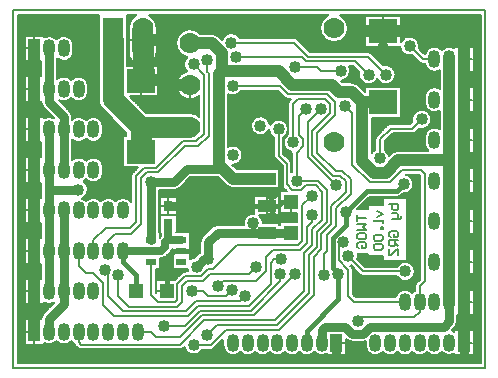
<source format=gbl>
%FSAX25Y25*%
%MOIN*%
G70*
G01*
G75*
%ADD10C,0.00800*%
%ADD11R,0.03543X0.03150*%
%ADD12R,0.03150X0.03543*%
%ADD13R,0.03150X0.03150*%
%ADD14R,0.01575X0.04331*%
%ADD15O,0.01575X0.04331*%
%ADD16O,0.01102X0.05512*%
%ADD17O,0.05512X0.01102*%
%ADD18R,0.04724X0.03543*%
%ADD19R,0.03543X0.03150*%
%ADD20O,0.01102X0.05512*%
%ADD21R,0.01102X0.05512*%
%ADD22C,0.03000*%
%ADD23C,0.04000*%
%ADD24C,0.01500*%
%ADD25R,0.04000X0.06000*%
%ADD26O,0.04000X0.06000*%
%ADD27C,0.04000*%
%ADD28C,0.07000*%
%ADD29O,0.07000X0.15000*%
%ADD30R,0.07000X0.15000*%
%ADD31R,0.03543X0.02362*%
%ADD32R,0.04724X0.04724*%
%ADD33R,0.05906X0.12992*%
%ADD34R,0.05906X0.03937*%
%ADD35R,0.09449X0.07874*%
%ADD36C,0.02500*%
%ADD37C,0.02000*%
%ADD38C,0.07000*%
D10*
X0010512Y0018530D02*
G03*
X0009721Y0016621I0001909J-0001909D01*
G01*
X0010512Y0018530D02*
G03*
X0009721Y0016621I0001909J-0001909D01*
G01*
X0010700Y0008638D02*
G03*
X0014882Y0009290I0001721J0002698D01*
G01*
G03*
X0019803Y0009290I0002461J0002046D01*
G01*
X0010700Y0022138D02*
G03*
X0014081Y0022099I0001721J0002698D01*
G01*
X0020715Y0008535D02*
G03*
X0021132Y0007805I0001549J0000401D01*
G01*
X0020715Y0008535D02*
G03*
X0021132Y0007805I0001549J0000401D01*
G01*
X0019803Y0009290D02*
G03*
X0020715Y0008535I0002461J0002046D01*
G01*
X0021967Y0006970D02*
G03*
X0023100Y0006500I0001133J0001130D01*
G01*
X0021969Y0006969D02*
G03*
X0023100Y0006500I0001131J0001131D01*
G01*
X0024724Y0055881D02*
G03*
X0023391Y0056830I-0002461J-0002046D01*
G01*
G03*
X0025400Y0059800I-0001191J0002970D01*
G01*
X0029646Y0055881D02*
G03*
X0024724Y0055881I-0002461J-0002046D01*
G01*
X0034567D02*
G03*
X0029646Y0055881I-0002461J-0002046D01*
G01*
X0039700Y0055595D02*
G03*
X0034567Y0055881I-0002672J-0001760D01*
G01*
X0025400Y0059800D02*
G03*
X0023838Y0062549I-0003200J0000000D01*
G01*
G03*
X0024724Y0063289I-0001574J0002786D01*
G01*
G03*
X0030385Y0065335I0002461J0002046D01*
G01*
X0040169Y0065331D02*
G03*
X0039700Y0064200I0001131J-0001131D01*
G01*
X0040170Y0065333D02*
G03*
X0039700Y0064200I0001130J-0001133D01*
G01*
X0055900Y0006500D02*
G03*
X0057031Y0006969I0000000J0001600D01*
G01*
X0055900Y0006500D02*
G03*
X0057033Y0006970I0000000J0001600D01*
G01*
X0049735Y0036885D02*
G03*
X0051468Y0037603I0000000J0002450D01*
G01*
X0049735Y0036885D02*
G03*
X0051470Y0037605I0000000J0002450D01*
G01*
X0070528Y0007774D02*
G03*
X0076188Y0005728I0003200J0000000D01*
G01*
X0057700Y0032500D02*
G03*
X0056567Y0032030I0000000J-0001600D01*
G01*
X0057700Y0032500D02*
G03*
X0056569Y0032031I0000000J-0001600D01*
G01*
X0058507Y0033279D02*
G03*
X0058829Y0032500I0003093J0000821D01*
G01*
X0060905Y0037224D02*
G03*
X0059490Y0036506I0000695J-0003124D01*
G01*
X0062800Y0038919D02*
G03*
X0062091Y0038409I0001200J-0002419D01*
G01*
X0066300Y0006400D02*
G03*
X0067431Y0006869I0000000J0001600D01*
G01*
X0076188Y0005728D02*
G03*
X0081109Y0005728I0002461J0002046D01*
G01*
X0057458Y0007395D02*
G03*
X0063371Y0006400I0003142J0000605D01*
G01*
X0066300D02*
G03*
X0067433Y0006870I0000000J0001600D01*
G01*
X0062800Y0038919D02*
G03*
X0062091Y0038409I0001200J-0002419D01*
G01*
X0049468Y0043932D02*
G03*
X0049254Y0043688I0001732J-0001732D01*
G01*
X0049470Y0043935D02*
G03*
X0049254Y0043688I0001730J-0001735D01*
G01*
X0052930Y0039065D02*
G03*
X0053547Y0040095I-0001730J0001735D01*
G01*
X0052932Y0039068D02*
G03*
X0053547Y0040095I-0001732J0001732D01*
G01*
X0054000Y0059600D02*
G03*
X0055909Y0060391I0000000J0002700D01*
G01*
X0054000Y0059600D02*
G03*
X0055909Y0060391I0000000J0002700D01*
G01*
X0057095Y0045521D02*
G03*
X0056518Y0045590I-0000577J-0002381D01*
G01*
X0057095Y0045521D02*
G03*
X0056518Y0045590I-0000577J-0002381D01*
G01*
X0063591Y0044209D02*
G03*
X0062800Y0042300I0001909J-0001909D01*
G01*
X0063591Y0044209D02*
G03*
X0062800Y0042300I0001909J-0001909D01*
G01*
X0068582Y0048082D02*
G03*
X0066673Y0047291I0000000J-0002700D01*
G01*
X0068582Y0048082D02*
G03*
X0066673Y0047291I0000000J-0002700D01*
G01*
X0080849Y0051781D02*
G03*
X0077342Y0048082I-0000349J-0003181D01*
G01*
X0071363Y0061211D02*
G03*
X0073626Y0060274I0002263J0002263D01*
G01*
X0071360Y0061214D02*
G03*
X0073626Y0060274I0002266J0002260D01*
G01*
X0014160Y0083522D02*
G03*
X0010700Y0083533I-0001738J-0002687D01*
G01*
X0009721Y0089079D02*
G03*
X0010512Y0087170I0002700J0000000D01*
G01*
X0009721Y0089079D02*
G03*
X0010512Y0087170I0002700J0000000D01*
G01*
X0024724Y0069381D02*
G03*
X0020042Y0069639I-0002461J-0002046D01*
G01*
Y0076532D02*
G03*
X0024724Y0076790I0002221J0002303D01*
G01*
Y0082881D02*
G03*
X0020042Y0083139I-0002461J-0002046D01*
G01*
X0030385Y0067335D02*
G03*
X0024724Y0069381I-0003200J0000000D01*
G01*
X0024724Y0076790D02*
G03*
X0030385Y0078835I0002461J0002046D01*
G01*
Y0080835D02*
G03*
X0024724Y0082881I-0003200J0000000D01*
G01*
X0020042Y0084158D02*
G03*
X0019252Y0086067I-0002700J0000000D01*
G01*
X0020042Y0084158D02*
G03*
X0019252Y0086067I-0002700J0000000D01*
G01*
X0015770Y0089548D02*
G03*
X0019803Y0090290I0001572J0002787D01*
G01*
X0028900Y0089900D02*
G03*
X0030280Y0086573I0004700J0000000D01*
G01*
X0028900Y0089900D02*
G03*
X0030277Y0086577I0004700J0000000D01*
G01*
X0014882Y0109881D02*
G03*
X0010700Y0110533I-0002461J-0002046D01*
G01*
X0019803Y0096381D02*
G03*
X0015121Y0096639I-0002461J-0002046D01*
G01*
X0019803Y0090290D02*
G03*
X0025464Y0092335I0002461J0002046D01*
G01*
Y0094335D02*
G03*
X0019803Y0096381I-0003200J0000000D01*
G01*
X0020542Y0107835D02*
G03*
X0014882Y0109881I-0003200J0000000D01*
G01*
X0015121Y0103532D02*
G03*
X0020542Y0105835I0002221J0002303D01*
G01*
X0058386Y0099189D02*
G03*
X0062500Y0091067I0001014J-0004589D01*
G01*
X0073520Y0068105D02*
G03*
X0076900Y0071300I0000180J0003195D01*
G01*
G03*
X0072100Y0074071I-0003200J0000000D01*
G01*
X0062500Y0084133D02*
G03*
X0059150Y0085293I-0003100J-0003533D01*
G01*
X0072100Y0091629D02*
G03*
X0076471Y0092800I0001600J0002771D01*
G01*
X0086012Y0081377D02*
G03*
X0085714Y0079697I-0003186J-0000303D01*
G01*
X0038900Y0105700D02*
G03*
X0042430Y0101148I0004700J0000000D01*
G01*
X0044770D02*
G03*
X0048300Y0105700I-0001170J0004552D01*
G01*
X0041491Y0117900D02*
G03*
X0038900Y0113700I0002110J-0004200D01*
G01*
X0048300D02*
G03*
X0045709Y0117900I-0004700J0000000D01*
G01*
X0058570Y0103974D02*
G03*
X0058386Y0099189I0002030J-0002474D01*
G01*
X0062842Y0111800D02*
G03*
X0058570Y0103974I-0003442J-0003200D01*
G01*
X0068863Y0110863D02*
G03*
X0066600Y0111800I-0002263J-0002263D01*
G01*
X0075971Y0110400D02*
G03*
X0070107Y0109619I-0002771J-0001600D01*
G01*
X0068866Y0110860D02*
G03*
X0066600Y0111800I-0002266J-0002260D01*
G01*
X0081109Y0005728D02*
G03*
X0086031Y0005728I0002461J0002046D01*
G01*
G03*
X0090952Y0005728I0002461J0002046D01*
G01*
G03*
X0095873Y0005728I0002461J0002046D01*
G01*
G03*
X0100794Y0005728I0002461J0002046D01*
G01*
G03*
X0104976Y0005076I0002461J0002046D01*
G01*
X0111591Y0009891D02*
G03*
X0113500Y0009100I0001909J0001909D01*
G01*
X0111591Y0009891D02*
G03*
X0113500Y0009100I0001909J0001909D01*
G01*
X0117973Y0007774D02*
G03*
X0123633Y0005728I0003200J0000000D01*
G01*
G03*
X0128554Y0005728I0002461J0002046D01*
G01*
X0117100Y0009100D02*
G03*
X0117973Y0009245I0000000J0002700D01*
G01*
X0117100Y0009100D02*
G03*
X0117973Y0009245I0000000J0002700D01*
G01*
X0116067Y0031370D02*
G03*
X0117200Y0030900I0001133J0001130D01*
G01*
X0116069Y0031369D02*
G03*
X0117200Y0030900I0001131J0001131D01*
G01*
X0083700Y0048600D02*
G03*
X0082293Y0051250I-0003200J0000000D01*
G01*
X0113600Y0033100D02*
G03*
X0113130Y0034233I-0001600J0000000D01*
G01*
X0113600Y0033100D02*
G03*
X0113131Y0034231I-0001600J0000000D01*
G01*
X0085002Y0060274D02*
G03*
X0085449Y0060306I0000000J0003200D01*
G01*
X0090000Y0061500D02*
G03*
X0090470Y0060367I0001600J0000000D01*
G01*
X0090000Y0061500D02*
G03*
X0090469Y0060369I0001600J0000000D01*
G01*
X0115191Y0036772D02*
G03*
X0115300Y0037600I-0003091J0000828D01*
G01*
G03*
X0115243Y0038204I-0003200J0000000D01*
G01*
X0128300Y0057350D02*
G03*
X0129679Y0057921I0000000J0001950D01*
G01*
X0128300Y0057350D02*
G03*
X0129679Y0057921I0000000J0001950D01*
G01*
X0128554Y0005728D02*
G03*
X0133476Y0005728I0002461J0002046D01*
G01*
G03*
X0138397Y0005728I0002461J0002046D01*
G01*
G03*
X0143318Y0005728I0002461J0002046D01*
G01*
G03*
X0147500Y0005076I0002461J0002046D01*
G01*
X0133476Y0025320D02*
G03*
X0127872Y0023874I-0002461J-0002046D01*
G01*
X0134336Y0026045D02*
G03*
X0133476Y0025320I0001600J-0002771D01*
G01*
X0134805Y0028668D02*
G03*
X0134336Y0027536I0001131J-0001131D01*
G01*
X0134806Y0028669D02*
G03*
X0134336Y0027536I0001130J-0001133D01*
G01*
X0128429Y0030900D02*
G03*
X0134400Y0032500I0002771J0001600D01*
G01*
X0147500Y0012472D02*
G03*
X0146588Y0012870I-0001721J-0002698D01*
G01*
X0147688Y0013970D02*
G03*
X0148479Y0015879I-0001909J0001909D01*
G01*
X0147688Y0013970D02*
G03*
X0148479Y0015879I-0001909J0001909D01*
G01*
X0134400Y0032500D02*
G03*
X0128429Y0034100I-0003200J0000000D01*
G01*
X0130285Y0058527D02*
G03*
X0133900Y0061700I0000415J0003173D01*
G01*
G03*
X0131494Y0064800I-0003200J0000000D01*
G01*
X0085449Y0066642D02*
G03*
X0085002Y0066674I-0000448J-0003168D01*
G01*
X0087300Y0071158D02*
G03*
X0087770Y0070025I0001600J0000000D01*
G01*
X0087300Y0071158D02*
G03*
X0087769Y0070026I0001600J0000000D01*
G01*
X0085714Y0079697D02*
G03*
X0087300Y0077229I0003186J0000303D01*
G01*
X0092172Y0078271D02*
G03*
X0093317Y0072333I0001600J-0002771D01*
G01*
X0090500Y0077229D02*
G03*
X0092100Y0080000I-0001600J0002771D01*
G01*
G03*
X0086012Y0081377I-0003200J0000000D01*
G01*
X0090967Y0090470D02*
G03*
X0092100Y0090000I0001133J0001130D01*
G01*
X0090969Y0090469D02*
G03*
X0092100Y0090000I0001131J0001131D01*
G01*
X0092640Y0089603D02*
G03*
X0092172Y0088472I0001131J-0001131D01*
G01*
X0092642Y0089604D02*
G03*
X0092172Y0088472I0001130J-0001133D01*
G01*
X0093200Y0068458D02*
G03*
X0092730Y0069591I-0001600J0000000D01*
G01*
X0093200Y0068458D02*
G03*
X0092731Y0069589I-0001600J0000000D01*
G01*
X0121100Y0073127D02*
G03*
X0119900Y0072018I0001500J-0002827D01*
G01*
X0125693Y0071119D02*
G03*
X0124300Y0073011I-0003093J-0000819D01*
G01*
X0121569Y0077631D02*
G03*
X0121100Y0076500I0001131J-0001131D01*
G01*
X0128700Y0072800D02*
G03*
X0126435Y0071860I0000000J-0003200D01*
G01*
X0128700Y0072800D02*
G03*
X0126437Y0071863I0000000J-0003200D01*
G01*
X0121570Y0077633D02*
G03*
X0121100Y0076500I0001130J-0001133D01*
G01*
X0126300Y0081700D02*
G03*
X0125167Y0081230I0000000J-0001600D01*
G01*
X0126300Y0081700D02*
G03*
X0125169Y0081231I0000000J-0001600D01*
G01*
X0109818Y0096107D02*
G03*
X0112800Y0099300I-0000218J0003193D01*
G01*
X0105503Y0117900D02*
G03*
X0112100Y0113600I0001897J-0004300D01*
G01*
X0095194Y0109931D02*
G03*
X0094063Y0110400I-0001131J-0001131D01*
G01*
X0095196Y0109930D02*
G03*
X0094063Y0110400I-0001133J-0001130D01*
G01*
X0112100Y0113600D02*
G03*
X0109297Y0117900I-0004700J0000000D01*
G01*
X0115552Y0094563D02*
G03*
X0113289Y0095500I-0002263J-0002263D01*
G01*
X0115554Y0094560D02*
G03*
X0113289Y0095500I-0002266J-0002260D01*
G01*
X0112800Y0099300D02*
G03*
X0112371Y0100900I-0003200J0000000D01*
G01*
X0115809Y0098928D02*
G03*
X0121800Y0096747I0003091J-0000828D01*
G01*
G03*
X0127900Y0098100I0002900J0001353D01*
G01*
G03*
X0123872Y0101191I-0003200J0000000D01*
G01*
X0119831Y0105231D02*
G03*
X0118700Y0105700I-0001131J-0001131D01*
G01*
X0119833Y0105230D02*
G03*
X0118700Y0105700I-0001133J-0001130D01*
G01*
X0133500Y0078500D02*
G03*
X0134631Y0078969I0000000J0001600D01*
G01*
X0133500Y0078500D02*
G03*
X0134633Y0078970I0000000J0001600D01*
G01*
X0137658Y0075274D02*
G03*
X0138828Y0072800I0003200J0000000D01*
G01*
X0142579Y0079972D02*
G03*
X0137658Y0077274I-0001721J-0002698D01*
G01*
X0135772Y0080109D02*
G03*
X0139800Y0083200I0000828J0003091D01*
G01*
G03*
X0133509Y0082372I-0003200J0000000D01*
G01*
X0137658Y0088774D02*
G03*
X0142579Y0086076I0003200J0000000D01*
G01*
Y0093472D02*
G03*
X0137658Y0090774I-0001721J-0002698D01*
G01*
X0129417Y0107374D02*
G03*
X0133428Y0104609I0003183J0000326D01*
G01*
X0135895Y0102143D02*
G03*
X0137026Y0101674I0001131J0001131D01*
G01*
X0135893Y0102144D02*
G03*
X0137026Y0101674I0001133J0001130D01*
G01*
X0135691Y0106872D02*
G03*
X0135800Y0107700I-0003091J0000828D01*
G01*
G03*
X0129624Y0108877I-0003200J0000000D01*
G01*
X0137714Y0101674D02*
G03*
X0142579Y0099576I0003143J0000600D01*
G01*
X0143318Y0106320D02*
G03*
X0137714Y0104874I-0002461J-0002046D01*
G01*
X0147500Y0106972D02*
G03*
X0143318Y0106320I-0001721J-0002698D01*
G01*
X0137658Y0029258D02*
Y0065042D01*
X0117200Y0032500D02*
X0131200D01*
X0112100Y0037600D02*
X0117200Y0032500D01*
X0125900Y0062200D02*
X0130100Y0066400D01*
X0119300Y0062200D02*
X0125900D01*
X0113500Y0068000D02*
X0119300Y0062200D01*
X0023100Y0008100D02*
X0055900D01*
X0022264Y0008936D02*
X0023100Y0008100D01*
X0055900D02*
X0064074Y0016274D01*
X0048151Y0010649D02*
X0056186D01*
X0063411Y0017874D01*
X0046465Y0012335D02*
X0048151Y0010649D01*
X0022264Y0008936D02*
Y0012335D01*
X0046282Y0024718D02*
Y0035660D01*
X0048600Y0022400D02*
X0054537D01*
X0046282Y0024718D02*
X0048600Y0022400D01*
X0057700Y0030900D02*
X0063000D01*
X0055200Y0028400D02*
X0057700Y0030900D01*
X0055200Y0023063D02*
Y0028400D01*
X0054537Y0022400D02*
X0055200Y0023063D01*
X0058400Y0029300D02*
X0063700D01*
X0056800Y0027700D02*
X0058400Y0029300D01*
X0056800Y0022400D02*
Y0027700D01*
X0055200Y0020800D02*
X0056800Y0022400D01*
X0063700Y0029300D02*
X0066100Y0031700D01*
X0066900Y0033300D02*
X0074900Y0041300D01*
X0063000Y0030900D02*
X0065400Y0033300D01*
X0066900D01*
X0057949Y0019200D02*
X0061523Y0022774D01*
X0076126D01*
X0034037Y0017600D02*
X0058612D01*
X0062086Y0021074D01*
X0050700Y0014274D02*
X0057548D01*
X0062748Y0019474D01*
X0064074Y0016274D02*
X0087811D01*
X0135936Y0022274D02*
Y0027536D01*
X0137658Y0029258D01*
X0134400Y0029600D02*
Y0036100D01*
X0131800Y0027000D02*
X0134400Y0029600D01*
X0122700Y0068700D02*
Y0076500D01*
X0136300Y0066400D02*
X0137658Y0065042D01*
X0130100Y0066400D02*
X0136300D01*
X0133558Y0074600D02*
X0140000Y0081042D01*
X0127500Y0074600D02*
X0133558D01*
X0137658Y0087442D02*
Y0094642D01*
Y0087442D02*
X0140000Y0085100D01*
Y0081042D02*
Y0085100D01*
X0135000Y0097300D02*
X0137658Y0094642D01*
X0107163Y0064400D02*
X0109500D01*
X0111300Y0062600D01*
Y0059100D02*
Y0062600D01*
X0110200Y0066000D02*
X0112900Y0063300D01*
Y0058400D02*
Y0063300D01*
X0101800Y0078700D02*
X0107800Y0084700D01*
X0107900Y0066000D02*
X0110200D01*
X0100200Y0071363D02*
Y0079400D01*
Y0071363D02*
X0107163Y0064400D01*
X0101800Y0072100D02*
X0107900Y0066000D01*
X0101800Y0072100D02*
Y0078700D01*
X0098600Y0070700D02*
X0108100Y0061200D01*
X0100200Y0079400D02*
X0106200Y0085400D01*
X0098600Y0082400D02*
X0103000Y0086800D01*
X0098600Y0070700D02*
Y0082400D01*
X0094900Y0062800D02*
X0101900D01*
X0094900D02*
Y0072100D01*
X0097000Y0074200D01*
Y0076800D01*
X0095700Y0078100D02*
X0097000Y0076800D01*
X0095700Y0078100D02*
Y0084400D01*
X0098100Y0086800D01*
X0106200Y0085400D02*
Y0088200D01*
X0119200Y0027000D02*
X0131800D01*
X0071426Y0024374D02*
X0073226Y0026174D01*
X0065300Y0024374D02*
X0071426D01*
X0063574Y0026100D02*
X0065300Y0024374D01*
X0060000Y0026100D02*
X0063574D01*
X0101900Y0062800D02*
X0104900Y0059800D01*
X0030400Y0021237D02*
X0034037Y0017600D01*
X0030400Y0021237D02*
Y0028500D01*
X0135936Y0019036D02*
Y0022274D01*
X0134100Y0017200D02*
X0135936Y0019036D01*
X0116400Y0017200D02*
X0134100D01*
X0115300Y0016100D02*
X0116400Y0017200D01*
X0091600Y0061500D02*
Y0068458D01*
Y0061500D02*
X0093500Y0059600D01*
X0096300D01*
X0097900Y0061200D01*
X0101237D01*
X0103300Y0059137D01*
X0022264Y0012335D02*
X0022264D01*
X0041949D02*
X0046465D01*
X0076126Y0022774D02*
X0077826Y0024474D01*
X0030900Y0033000D02*
X0032000Y0031900D01*
X0096800Y0054500D02*
X0100100Y0057800D01*
X0064900Y0011200D02*
X0068374Y0014674D01*
X0088474D01*
X0132600Y0107700D02*
X0137026Y0103274D01*
X0140858D01*
X0123700Y0104000D02*
X0130400Y0097300D01*
X0135000D01*
X0109900Y0057700D02*
X0111300Y0059100D01*
X0106500Y0054263D02*
X0109919Y0057681D01*
X0108100Y0053600D02*
X0112900Y0058400D01*
X0060600Y0101500D02*
X0064100Y0098000D01*
X0065200Y0099163D02*
Y0103100D01*
Y0099163D02*
X0065700Y0098663D01*
Y0077818D02*
Y0098663D01*
X0088900Y0071158D02*
X0091600Y0068458D01*
X0088900Y0071158D02*
Y0080000D01*
X0073700Y0094400D02*
X0089300D01*
X0093772Y0075500D02*
Y0088472D01*
X0104400Y0090000D02*
X0106200Y0088200D01*
X0093772Y0088472D02*
X0095300Y0090000D01*
X0104400D01*
X0089300Y0094400D02*
X0092100Y0091600D01*
X0118700Y0104100D02*
X0124700Y0098100D01*
X0114500Y0102500D02*
X0118900Y0098100D01*
X0096600Y0104000D02*
X0098100Y0102500D01*
X0074800Y0104000D02*
X0096600D01*
X0098100Y0102500D02*
X0114500D01*
X0094063Y0108800D02*
X0098763Y0104100D01*
X0073200Y0108800D02*
X0094063D01*
X0098763Y0104100D02*
X0118700D01*
X0094500Y0100600D02*
X0101600D01*
X0102900Y0099300D01*
X0109600D01*
X0066100Y0031700D02*
X0079100D01*
X0082000Y0034600D01*
X0062086Y0021074D02*
X0079000D01*
X0068600Y0027700D02*
X0070300Y0029400D01*
X0081400D01*
X0084600Y0032600D01*
Y0037200D01*
X0087100Y0039700D01*
X0086300Y0035400D02*
X0087400Y0036500D01*
X0089700D01*
X0089500Y0029300D02*
Y0031700D01*
X0062748Y0019474D02*
X0079674D01*
X0063411Y0017874D02*
X0080574D01*
X0089174Y0013074D02*
X0100733Y0024633D01*
X0088474Y0014674D02*
X0099100Y0025300D01*
X0087811Y0016274D02*
X0097500Y0025963D01*
X0108900Y0040600D02*
X0110500Y0042200D01*
X0108100Y0047700D02*
Y0053600D01*
X0106500Y0048400D02*
Y0054263D01*
X0104900Y0049100D02*
Y0059800D01*
X0103300Y0049800D02*
Y0059137D01*
X0100100Y0048900D02*
Y0051200D01*
X0100000Y0046500D02*
X0103300Y0049800D01*
X0101600Y0045800D02*
X0104900Y0049100D01*
X0103200Y0045100D02*
X0106500Y0048400D01*
X0104900Y0044500D02*
X0108100Y0047700D01*
X0098400Y0047200D02*
X0100100Y0048900D01*
X0087100Y0039700D02*
X0096100D01*
X0074900Y0041300D02*
X0095400D01*
X0100733Y0024633D02*
Y0037433D01*
X0099100Y0025300D02*
Y0038100D01*
X0097500Y0025963D02*
Y0038800D01*
X0104900Y0039300D02*
Y0044500D01*
X0108900Y0036200D02*
Y0040600D01*
X0104000Y0038400D02*
X0104900Y0039300D01*
X0104000Y0031300D02*
Y0038400D01*
X0133500Y0080100D02*
X0136600Y0083200D01*
X0122700Y0076500D02*
X0126300Y0080100D01*
X0133500D01*
X0112000Y0024300D02*
X0114026Y0022274D01*
X0112000Y0024300D02*
Y0033100D01*
X0108900Y0036200D02*
X0112000Y0033100D01*
X0114026Y0022274D02*
X0131015D01*
X0079674Y0019474D02*
X0089500Y0029300D01*
X0080574Y0017874D02*
X0094300Y0031600D01*
X0079000Y0021074D02*
X0086300Y0028374D01*
Y0035400D01*
X0100733Y0037433D02*
X0103200Y0039900D01*
Y0045100D01*
X0099100Y0038100D02*
X0101600Y0040600D01*
Y0045800D01*
X0097500Y0038800D02*
X0100000Y0041300D01*
Y0046500D01*
X0096100Y0039700D02*
X0098400Y0042000D01*
Y0047200D01*
X0095400Y0041300D02*
X0096800Y0042700D01*
Y0054500D01*
X0032106Y0039335D02*
Y0042806D01*
X0027185Y0039335D02*
Y0042985D01*
X0032106Y0042806D02*
X0034300Y0045000D01*
X0039600D01*
X0027185Y0042985D02*
X0031300Y0047100D01*
X0022264Y0034336D02*
X0024600Y0032000D01*
X0026900D02*
X0030400Y0028500D01*
X0024600Y0032000D02*
X0026900D01*
X0022264Y0034336D02*
Y0039335D01*
X0037000Y0019200D02*
X0057949D01*
X0032000Y0024200D02*
X0037000Y0019200D01*
X0032000Y0024200D02*
Y0031900D01*
X0035500Y0024300D02*
X0039000Y0020800D01*
X0035500Y0024300D02*
Y0031300D01*
X0039000Y0020800D02*
X0055200D01*
X0111200Y0087500D02*
X0113500Y0085200D01*
Y0068000D02*
Y0085200D01*
X0092100Y0091600D02*
X0105200D01*
X0107800Y0089000D01*
Y0084700D02*
Y0089000D01*
X0060600Y0008000D02*
X0066300D01*
X0071374Y0013074D01*
X0089174D01*
X0064100Y0078481D02*
Y0098000D01*
X0056900Y0075900D02*
X0061519D01*
X0064100Y0078481D01*
X0048100Y0067100D02*
X0056900Y0075900D01*
X0062182Y0074300D02*
X0065700Y0077818D01*
X0057600Y0074300D02*
X0062182D01*
X0048800Y0065500D02*
X0057600Y0074300D01*
X0039600Y0045000D02*
X0043000Y0048400D01*
Y0063600D02*
X0044900Y0065500D01*
X0048800D01*
X0043000Y0048400D02*
Y0063600D01*
X0039300Y0047100D02*
X0041300Y0049100D01*
Y0064200D01*
X0044200Y0067100D01*
X0048100D01*
X0031300Y0047100D02*
X0039300D01*
X0002000Y0008224D02*
X0004300D01*
X0002000Y0008824D02*
X0004300D01*
X0002000Y0009424D02*
X0004300D01*
X0002000Y0010024D02*
X0004300D01*
X0002000Y0010624D02*
X0004300D01*
X0004794Y0002000D02*
Y0008135D01*
X0005394Y0002000D02*
Y0008135D01*
X0002000Y0011224D02*
X0004300D01*
X0005994Y0002000D02*
Y0008135D01*
X0002000Y0011824D02*
X0004300D01*
X0002000Y0012424D02*
X0004300D01*
X0002000Y0013024D02*
X0004300D01*
X0002000Y0013624D02*
X0004300D01*
X0002000Y0014224D02*
X0004300D01*
X0002000Y0014824D02*
X0004300D01*
Y0008135D02*
Y0016535D01*
X0002000Y0015424D02*
X0004300D01*
X0002000Y0016024D02*
X0004300D01*
X0004794Y0016535D02*
Y0021635D01*
X0005394Y0016535D02*
Y0021635D01*
X0006594Y0002000D02*
Y0008135D01*
X0002000Y0007024D02*
X0021913D01*
X0004700Y0012335D02*
X0007500D01*
X0002000Y0007624D02*
X0021313D01*
X0004300Y0008135D02*
X0010700D01*
X0007194Y0002000D02*
Y0008135D01*
X0007794Y0002000D02*
Y0008135D01*
X0007500Y0008535D02*
Y0012335D01*
X0008394Y0002000D02*
Y0008135D01*
X0008994Y0002000D02*
Y0008135D01*
X0004300Y0016535D02*
X0009721D01*
X0002000Y0016624D02*
X0009721D01*
X0002000Y0017224D02*
X0009789D01*
X0002000Y0017824D02*
X0010004D01*
X0002000Y0018424D02*
X0010412D01*
X0005994Y0016535D02*
Y0021635D01*
X0007500Y0012335D02*
Y0016135D01*
X0006594Y0016535D02*
Y0021635D01*
X0007194Y0016535D02*
Y0021635D01*
X0007794Y0016535D02*
Y0021635D01*
X0008394Y0016535D02*
Y0021635D01*
X0002000Y0022024D02*
X0004300D01*
X0002000Y0022624D02*
X0004300D01*
X0002000Y0023224D02*
X0004300D01*
X0002000Y0023824D02*
X0004300D01*
X0002000Y0024424D02*
X0004300D01*
X0002000Y0025024D02*
X0004300D01*
X0002000Y0025624D02*
X0004300D01*
X0002000Y0026224D02*
X0004300D01*
X0002000Y0026824D02*
X0004300D01*
X0002000Y0027424D02*
X0004300D01*
X0002000Y0028024D02*
X0004300D01*
X0002000Y0028624D02*
X0004300D01*
X0002000Y0029224D02*
X0004300D01*
X0002000Y0029824D02*
X0004300D01*
X0002000Y0035224D02*
X0004300D01*
X0004300Y0021635D02*
Y0030035D01*
X0004794D02*
Y0035135D01*
X0005394Y0030035D02*
Y0035135D01*
X0005994Y0030035D02*
Y0035135D01*
X0006594Y0030035D02*
Y0035135D01*
X0002000Y0019024D02*
X0011006D01*
X0002000Y0019624D02*
X0011606D01*
X0002000Y0020224D02*
X0012206D01*
X0002000Y0020824D02*
X0012806D01*
X0002000Y0021424D02*
X0013406D01*
X0007500Y0022035D02*
Y0025835D01*
X0004300Y0021635D02*
X0010700D01*
X0004700Y0025835D02*
X0007500D01*
Y0029635D01*
X0004300Y0030035D02*
X0009721D01*
X0002000Y0030424D02*
X0009721D01*
X0002000Y0031024D02*
X0009721D01*
X0002000Y0031624D02*
X0009721D01*
X0002000Y0032224D02*
X0009721D01*
X0002000Y0032824D02*
X0009721D01*
X0007194Y0030035D02*
Y0035135D01*
X0007794Y0030035D02*
Y0035135D01*
X0008394Y0030035D02*
Y0035135D01*
X0002000Y0033424D02*
X0009721D01*
X0002000Y0034024D02*
X0009721D01*
X0002000Y0034624D02*
X0009721D01*
X0009594Y0002000D02*
Y0008135D01*
X0010194Y0002000D02*
Y0008135D01*
X0011394Y0002000D02*
Y0008305D01*
X0011994Y0002000D02*
Y0008164D01*
X0012594Y0002000D02*
Y0008140D01*
X0013194Y0002000D02*
Y0008230D01*
X0016194Y0002000D02*
Y0008349D01*
X0016794Y0002000D02*
Y0008183D01*
X0020994Y0002000D02*
Y0007963D01*
X0017394Y0002000D02*
Y0008136D01*
X0010794Y0002000D02*
Y0008580D01*
X0013794Y0002000D02*
Y0008445D01*
X0014394Y0002000D02*
Y0008816D01*
X0015594Y0002000D02*
Y0008655D01*
X0014994Y0002000D02*
Y0009162D01*
X0017994Y0002000D02*
Y0008202D01*
X0018594Y0002000D02*
Y0008390D01*
X0019194Y0002000D02*
Y0008725D01*
X0020394Y0002000D02*
Y0008739D01*
X0019794Y0002000D02*
Y0009278D01*
X0022794Y0002000D02*
Y0006530D01*
X0023394Y0002000D02*
Y0006500D01*
X0023994Y0002000D02*
Y0006500D01*
X0024594Y0002000D02*
Y0006500D01*
X0025194Y0002000D02*
Y0006500D01*
X0025794Y0002000D02*
Y0006500D01*
X0026394Y0002000D02*
Y0006500D01*
X0026994Y0002000D02*
Y0006500D01*
X0027594Y0002000D02*
Y0006500D01*
X0028194Y0002000D02*
Y0006500D01*
X0021594Y0002000D02*
Y0007344D01*
X0022194Y0002000D02*
Y0006781D01*
X0028794Y0002000D02*
Y0006500D01*
X0029394Y0002000D02*
Y0006500D01*
X0029994Y0002000D02*
Y0006500D01*
X0030594Y0002000D02*
Y0006500D01*
X0031194Y0002000D02*
Y0006500D01*
X0031794Y0002000D02*
Y0006500D01*
X0032394Y0002000D02*
Y0006500D01*
X0032994Y0002000D02*
Y0006500D01*
X0033594Y0002000D02*
Y0006500D01*
X0010700Y0008135D02*
Y0008638D01*
Y0008224D02*
X0011671D01*
X0008994Y0016535D02*
Y0021635D01*
X0013171Y0008224D02*
X0016593D01*
X0014405Y0008824D02*
X0015359D01*
X0019326D02*
X0020280D01*
X0009594Y0016535D02*
Y0021635D01*
X0010194Y0018147D02*
Y0021635D01*
X0008994Y0030035D02*
Y0035135D01*
X0010700Y0021635D02*
Y0022138D01*
X0010512Y0018530D02*
X0014081Y0022099D01*
X0010794Y0018812D02*
Y0022080D01*
X0011394Y0019412D02*
Y0021805D01*
X0011994Y0020012D02*
Y0021664D01*
X0012594Y0020612D02*
Y0021640D01*
X0013194Y0021212D02*
Y0021730D01*
X0034194Y0002000D02*
Y0006500D01*
X0034794Y0002000D02*
Y0006500D01*
X0035394Y0002000D02*
Y0006500D01*
X0035994Y0002000D02*
Y0006500D01*
X0036594Y0002000D02*
Y0006500D01*
X0037194Y0002000D02*
Y0006500D01*
X0037794Y0002000D02*
Y0006500D01*
X0038394Y0002000D02*
Y0006500D01*
X0038994Y0002000D02*
Y0006500D01*
X0039594Y0002000D02*
Y0006500D01*
X0021134Y0007803D02*
X0021967Y0006970D01*
X0018092Y0008224D02*
X0020831D01*
X0040194Y0002000D02*
Y0006500D01*
X0040794Y0002000D02*
Y0006500D01*
X0041394Y0002000D02*
Y0006500D01*
X0041994Y0002000D02*
Y0006500D01*
X0002000Y0035824D02*
X0004300D01*
X0002000Y0036424D02*
X0004300D01*
X0002000Y0037024D02*
X0004300D01*
X0002000Y0037624D02*
X0004300D01*
X0002000Y0038224D02*
X0004300D01*
X0002000Y0038824D02*
X0004300D01*
X0002000Y0039424D02*
X0004300D01*
X0002000Y0040024D02*
X0004300D01*
X0002000Y0040624D02*
X0004300D01*
X0002000Y0041224D02*
X0004300D01*
X0002000Y0002000D02*
Y0117900D01*
X0002394Y0002000D02*
Y0117900D01*
X0002000Y0041824D02*
X0004300D01*
X0002000Y0042424D02*
X0004300D01*
X0002000Y0043024D02*
X0004300D01*
X0002994Y0002000D02*
Y0117900D01*
X0003594Y0002000D02*
Y0117900D01*
X0004194Y0002000D02*
Y0117900D01*
X0004300Y0035135D02*
Y0043535D01*
Y0048635D02*
Y0057035D01*
X0002000Y0043624D02*
X0009721D01*
X0002000Y0044224D02*
X0009721D01*
X0002000Y0044824D02*
X0009721D01*
X0002000Y0045424D02*
X0009721D01*
X0002000Y0046024D02*
X0009721D01*
X0007500Y0035535D02*
Y0039335D01*
X0004300Y0035135D02*
X0009721D01*
X0004700Y0039335D02*
X0007500D01*
Y0043135D01*
X0004300Y0043535D02*
X0009721D01*
X0002000Y0046624D02*
X0009721D01*
X0002000Y0047224D02*
X0009721D01*
X0002000Y0049024D02*
X0004300D01*
X0002000Y0047824D02*
X0009721D01*
X0002000Y0048424D02*
X0009721D01*
X0004794Y0043535D02*
Y0048635D01*
X0005394Y0043535D02*
Y0048635D01*
X0005994Y0043535D02*
Y0048635D01*
X0006594Y0043535D02*
Y0048635D01*
X0007194Y0043535D02*
Y0048635D01*
X0004300D02*
X0009721D01*
X0002000Y0049624D02*
X0004300D01*
X0002000Y0050224D02*
X0004300D01*
X0002000Y0050824D02*
X0004300D01*
X0002000Y0051424D02*
X0004300D01*
X0002000Y0052024D02*
X0004300D01*
X0002000Y0052624D02*
X0004300D01*
X0002000Y0053224D02*
X0004300D01*
X0002000Y0053824D02*
X0004300D01*
X0002000Y0054424D02*
X0004300D01*
X0002000Y0055024D02*
X0004300D01*
X0002000Y0055624D02*
X0004300D01*
X0002000Y0056224D02*
X0004300D01*
X0002000Y0056824D02*
X0004300D01*
X0002000Y0062224D02*
X0004300D01*
X0002000Y0062824D02*
X0004300D01*
Y0062135D02*
Y0070535D01*
X0002000Y0063424D02*
X0004300D01*
X0002000Y0064024D02*
X0004300D01*
X0002000Y0064624D02*
X0004300D01*
X0002000Y0065224D02*
X0004300D01*
X0002000Y0065824D02*
X0004300D01*
X0002000Y0057424D02*
X0009721D01*
X0002000Y0058024D02*
X0009721D01*
X0002000Y0058624D02*
X0009721D01*
X0002000Y0059224D02*
X0009721D01*
X0002000Y0059824D02*
X0009721D01*
X0007500Y0049035D02*
Y0052835D01*
X0004700D02*
X0007500D01*
Y0056635D01*
X0004300Y0057035D02*
X0009721D01*
X0002000Y0060424D02*
X0009721D01*
X0004794Y0057035D02*
Y0062135D01*
X0002000Y0061024D02*
X0009721D01*
X0002000Y0066424D02*
X0004300D01*
X0002000Y0061624D02*
X0009721D01*
X0004300Y0062135D02*
X0009721D01*
X0005394Y0057035D02*
Y0062135D01*
X0005994Y0057035D02*
Y0062135D01*
X0006594Y0057035D02*
Y0062135D01*
X0007194Y0057035D02*
Y0062135D01*
X0007500Y0062535D02*
Y0066335D01*
X0004700D02*
X0007500D01*
X0009594Y0030035D02*
Y0035135D01*
X0009721Y0030035D02*
Y0035135D01*
X0007794Y0043535D02*
Y0048635D01*
X0008394Y0043535D02*
Y0048635D01*
X0008994Y0043535D02*
Y0048635D01*
X0009594Y0043535D02*
Y0048635D01*
X0009721Y0043535D02*
Y0048635D01*
X0024393Y0056224D02*
X0025056D01*
X0023406Y0056824D02*
X0026043D01*
X0007794Y0057035D02*
Y0062135D01*
X0008394Y0057035D02*
Y0062135D01*
X0008994Y0057035D02*
Y0062135D01*
X0009594Y0057035D02*
Y0062135D01*
X0009721Y0057035D02*
Y0062135D01*
X0024594Y0056029D02*
Y0057676D01*
X0025194Y0056340D02*
Y0058669D01*
X0023994Y0056528D02*
Y0057150D01*
X0025794Y0056717D02*
Y0062454D01*
X0028794Y0056602D02*
Y0062569D01*
X0029314Y0056224D02*
X0029977D01*
X0028328Y0056824D02*
X0030964D01*
X0034235Y0056224D02*
X0034899D01*
X0033249Y0056824D02*
X0035885D01*
X0039156Y0056224D02*
X0039700D01*
X0038170Y0056824D02*
X0039700D01*
X0029394Y0056151D02*
Y0063020D01*
X0029994Y0056239D02*
Y0063802D01*
X0030594Y0056655D02*
Y0086260D01*
X0034194Y0056261D02*
Y0082660D01*
X0033594Y0056669D02*
Y0083260D01*
X0034794Y0056126D02*
Y0082060D01*
X0039700Y0055595D02*
Y0064200D01*
X0039594Y0055747D02*
Y0067252D01*
X0035394Y0056587D02*
Y0081460D01*
X0038394Y0056729D02*
Y0067252D01*
X0038994Y0056360D02*
Y0067252D01*
X0024594Y0061924D02*
Y0063142D01*
X0024289Y0062224D02*
X0026435D01*
X0024248Y0062824D02*
X0025201D01*
X0026394Y0056936D02*
Y0062235D01*
X0026994Y0057030D02*
Y0062141D01*
X0025194Y0060931D02*
Y0062830D01*
X0027594Y0057009D02*
Y0062161D01*
X0028194Y0056872D02*
Y0062298D01*
X0031194Y0056902D02*
Y0085660D01*
X0031794Y0057020D02*
Y0085060D01*
X0007500Y0066335D02*
Y0070135D01*
X0030385Y0065335D02*
Y0067335D01*
X0032394Y0057022D02*
Y0084460D01*
X0035994Y0056864D02*
Y0080860D01*
X0032994Y0056910D02*
Y0083860D01*
X0036594Y0057006D02*
Y0080260D01*
X0037194Y0057031D02*
Y0067252D01*
X0037794Y0056942D02*
Y0067252D01*
X0024344Y0057424D02*
X0039700D01*
X0024862Y0058024D02*
X0039700D01*
X0025176Y0058624D02*
X0039700D01*
X0025348Y0059224D02*
X0039700D01*
X0024829Y0061624D02*
X0039700D01*
X0025400Y0059824D02*
X0039700D01*
X0025339Y0060424D02*
X0039700D01*
X0025157Y0061024D02*
X0039700D01*
X0027935Y0062224D02*
X0039700D01*
X0029169Y0062824D02*
X0039700D01*
X0029752Y0063424D02*
X0039700D01*
X0030104Y0064024D02*
X0039700D01*
X0030305Y0064624D02*
X0039757D01*
X0030383Y0065224D02*
X0040071D01*
X0030385Y0065824D02*
X0040662D01*
X0040194Y0065356D02*
Y0067252D01*
X0040794Y0065956D02*
Y0067252D01*
X0030385Y0066424D02*
X0041262D01*
X0041394Y0066556D02*
Y0067252D01*
X0042594Y0002000D02*
Y0006500D01*
X0043194Y0002000D02*
Y0006500D01*
X0043794Y0002000D02*
Y0006500D01*
X0044394Y0002000D02*
Y0006500D01*
X0044994Y0002000D02*
Y0006500D01*
X0045594Y0002000D02*
Y0006500D01*
X0046194Y0002000D02*
Y0006500D01*
X0046794Y0002000D02*
Y0006500D01*
X0047394Y0002000D02*
Y0006500D01*
X0047994Y0002000D02*
Y0006500D01*
X0048594Y0002000D02*
Y0006500D01*
X0049194Y0002000D02*
Y0006500D01*
X0047882Y0025381D02*
Y0033279D01*
X0048456Y0026000D02*
X0051618D01*
X0048056Y0025207D02*
Y0029562D01*
X0049794Y0002000D02*
Y0006500D01*
X0050394Y0002000D02*
Y0006500D01*
X0050994Y0002000D02*
Y0006500D01*
X0051594Y0002000D02*
Y0006500D01*
X0051618Y0026000D02*
Y0029162D01*
X0002000Y0002000D02*
X0156240D01*
X0002000Y0002224D02*
X0156240D01*
X0002000Y0002824D02*
X0156240D01*
X0002000Y0003424D02*
X0156240D01*
X0002000Y0004024D02*
X0156240D01*
X0052194Y0002000D02*
Y0006500D01*
X0052794Y0002000D02*
Y0006500D01*
X0002000Y0005824D02*
X0058253D01*
X0002000Y0004624D02*
X0073162D01*
X0002000Y0005224D02*
X0059008D01*
X0053394Y0002000D02*
Y0006500D01*
X0053994Y0002000D02*
Y0006500D01*
X0048056Y0029562D02*
X0054100D01*
X0023100Y0006500D02*
X0055900D01*
X0002000Y0006424D02*
X0057815D01*
X0054594Y0002000D02*
Y0006500D01*
X0055194Y0002000D02*
Y0006500D01*
X0055794Y0002000D02*
Y0006500D01*
X0056394Y0002000D02*
Y0006578D01*
X0048594Y0029562D02*
Y0033279D01*
X0049194Y0029562D02*
Y0033279D01*
X0047882D02*
X0049254D01*
Y0033424D02*
X0053547D01*
X0049254Y0034024D02*
X0053547D01*
X0049254Y0033279D02*
Y0036885D01*
X0049794Y0029562D02*
Y0036886D01*
X0049254Y0034624D02*
X0053547D01*
X0049254Y0035224D02*
X0053547D01*
X0049254Y0035824D02*
X0053547D01*
X0050394Y0029562D02*
Y0036975D01*
X0050994Y0029562D02*
Y0037233D01*
X0049254Y0036885D02*
X0049735D01*
X0051594Y0029562D02*
Y0037729D01*
X0052194Y0029562D02*
Y0038329D01*
X0052794Y0029562D02*
Y0038929D01*
X0053547Y0033279D02*
Y0037019D01*
X0051470Y0037605D02*
X0052930Y0039065D01*
X0047882Y0029824D02*
X0054362D01*
X0047882Y0030424D02*
X0054962D01*
X0047882Y0031024D02*
X0055562D01*
X0047882Y0031624D02*
X0056162D01*
X0047882Y0032224D02*
X0056802D01*
X0053994Y0029562D02*
Y0033279D01*
X0054100Y0029562D02*
X0056567Y0032030D01*
X0054594Y0030056D02*
Y0033279D01*
X0047882Y0032824D02*
X0058665D01*
X0055194Y0030656D02*
Y0033279D01*
X0049254Y0036424D02*
X0053547D01*
X0050549Y0037024D02*
X0053547D01*
X0051489Y0037624D02*
X0053547D01*
X0052089Y0038224D02*
X0053547D01*
X0052689Y0038824D02*
X0053547D01*
Y0037019D02*
Y0038041D01*
X0055794Y0031256D02*
Y0033279D01*
X0053547D02*
X0058507D01*
X0053547Y0037019D02*
Y0038041D01*
X0053227Y0039424D02*
X0053547D01*
X0053947Y0039400D02*
X0056518D01*
X0058194Y0002000D02*
Y0005891D01*
X0058794Y0002000D02*
Y0005359D01*
X0059394Y0002000D02*
Y0005036D01*
X0059994Y0002000D02*
Y0004858D01*
X0060594Y0002000D02*
Y0004800D01*
X0061194Y0002000D02*
Y0004856D01*
X0061794Y0002000D02*
Y0005031D01*
X0062394Y0002000D02*
Y0005350D01*
X0062994Y0002000D02*
Y0005876D01*
X0063594Y0002000D02*
Y0006400D01*
X0056994Y0002000D02*
Y0006932D01*
X0057594Y0002000D02*
Y0006904D01*
X0064194Y0002000D02*
Y0006400D01*
X0064794Y0002000D02*
Y0006400D01*
X0065394Y0002000D02*
Y0006400D01*
X0065994Y0002000D02*
Y0006400D01*
X0066594Y0002000D02*
Y0006427D01*
X0067194Y0002000D02*
Y0006673D01*
X0067794Y0002000D02*
Y0007231D01*
X0068394Y0002000D02*
Y0007831D01*
X0072594Y0002000D02*
Y0004782D01*
X0073194Y0002000D02*
Y0004619D01*
X0073794Y0002000D02*
Y0004575D01*
X0074394Y0002000D02*
Y0004644D01*
X0074994Y0002000D02*
Y0004835D01*
X0077394Y0002000D02*
Y0004831D01*
X0077994Y0002000D02*
Y0004642D01*
X0078594Y0002000D02*
Y0004575D01*
X0079194Y0002000D02*
Y0004621D01*
X0079794Y0002000D02*
Y0004786D01*
X0068994Y0002000D02*
Y0008431D01*
X0069594Y0002000D02*
Y0009031D01*
X0070194Y0002000D02*
Y0009631D01*
X0070794Y0002000D02*
Y0006497D01*
X0071394Y0002000D02*
Y0005585D01*
X0071994Y0002000D02*
Y0005085D01*
X0075594Y0002000D02*
Y0005174D01*
X0076194Y0002000D02*
Y0005722D01*
X0076794Y0002000D02*
Y0005167D01*
X0080394Y0002000D02*
Y0005091D01*
X0057033Y0006970D02*
X0057458Y0007395D01*
X0057087Y0007024D02*
X0057552D01*
X0056394Y0031856D02*
Y0033279D01*
X0056994Y0032336D02*
Y0033279D01*
X0057700Y0032500D02*
X0058829D01*
X0057594Y0032497D02*
Y0033279D01*
X0058194Y0032500D02*
Y0033279D01*
X0059490Y0036506D02*
Y0037019D01*
X0056518Y0039400D02*
X0059090D01*
X0059490Y0037024D02*
X0060301D01*
X0059490Y0037624D02*
X0061306D01*
X0059490Y0037019D02*
Y0038041D01*
Y0037019D02*
Y0038041D01*
X0060905Y0037224D02*
X0062091Y0038409D01*
X0059490Y0038224D02*
X0061906D01*
X0059490Y0038824D02*
X0062626D01*
X0062947Y0005824D02*
X0071190D01*
X0062192Y0005224D02*
X0071794D01*
X0063371Y0006400D02*
X0066300D01*
X0066578Y0006424D02*
X0070826D01*
X0074293Y0004624D02*
X0078083D01*
X0075661Y0005224D02*
X0076715D01*
X0079215Y0004624D02*
X0083004D01*
X0080583Y0005224D02*
X0081636D01*
X0067433Y0006870D02*
X0070534Y0009971D01*
X0059490Y0039424D02*
X0062800D01*
X0067587Y0007024D02*
X0070617D01*
X0068187Y0007624D02*
X0070531D01*
X0070528Y0007774D02*
Y0009774D01*
X0068787Y0008224D02*
X0070528D01*
X0069387Y0008824D02*
X0070528D01*
X0069987Y0009424D02*
X0070528D01*
X0048982Y0046024D02*
X0049425D01*
X0049470Y0043935D02*
X0049750Y0044215D01*
X0048982Y0046624D02*
X0049425D01*
X0049254Y0043688D02*
Y0045521D01*
Y0044224D02*
X0049750D01*
Y0044215D02*
Y0045428D01*
X0049254Y0044824D02*
X0049750D01*
X0049425Y0045428D02*
X0049750D01*
X0048982Y0047224D02*
X0049425D01*
X0048982Y0047824D02*
X0049425D01*
X0048982Y0048424D02*
X0049425D01*
X0048982Y0049024D02*
X0049425D01*
X0048982Y0049624D02*
X0049425D01*
X0048982Y0045521D02*
Y0059600D01*
X0049425Y0045428D02*
Y0051372D01*
X0048982Y0050224D02*
X0049425D01*
X0048982Y0050824D02*
X0049425D01*
Y0051428D02*
Y0057372D01*
X0053394Y0029562D02*
Y0039709D01*
X0053547Y0038041D02*
Y0040095D01*
X0049254Y0045424D02*
X0049750D01*
X0054650Y0045590D02*
X0054975D01*
X0056518D01*
X0054975Y0046024D02*
X0065406D01*
X0054975Y0046624D02*
X0066006D01*
X0054975Y0047224D02*
X0066606D01*
X0054975Y0047824D02*
X0067431D01*
X0054975Y0048424D02*
X0077305D01*
X0049425Y0051372D02*
X0054975D01*
X0049425Y0051428D02*
X0054975D01*
X0048982Y0051424D02*
X0078996D01*
X0054975Y0045590D02*
Y0051372D01*
Y0049024D02*
X0077328D01*
X0055194Y0045590D02*
Y0059878D01*
X0054975Y0049624D02*
X0077468D01*
X0054975Y0050224D02*
X0077743D01*
X0054975Y0050824D02*
X0078200D01*
X0048982Y0052024D02*
X0049425D01*
X0048982Y0052624D02*
X0049425D01*
X0048982Y0053224D02*
X0049425D01*
X0048982Y0053824D02*
X0049425D01*
X0048982Y0054424D02*
X0049425D01*
X0052200Y0051828D02*
Y0054400D01*
X0049825D02*
X0052200D01*
X0048982Y0055024D02*
X0049425D01*
X0048982Y0055624D02*
X0049425D01*
X0048982Y0056224D02*
X0049425D01*
X0048982Y0056824D02*
X0049425D01*
X0049794Y0057372D02*
Y0059600D01*
X0040170Y0065333D02*
X0042089Y0067252D01*
X0050394Y0057372D02*
Y0059600D01*
X0050994Y0057372D02*
Y0059600D01*
X0051594Y0057372D02*
Y0059600D01*
X0052200Y0054400D02*
Y0056972D01*
X0052194Y0057372D02*
Y0059600D01*
X0052794Y0057372D02*
Y0059600D01*
X0053394Y0057372D02*
Y0059600D01*
X0053994Y0057372D02*
Y0059600D01*
X0054975Y0052024D02*
X0080849D01*
X0054975Y0052624D02*
X0080849D01*
X0052200Y0054400D02*
X0054575D01*
X0054975Y0053224D02*
X0080849D01*
X0054975Y0053824D02*
X0080849D01*
X0054975Y0054424D02*
X0080849D01*
X0054975Y0055024D02*
X0080849D01*
X0054975Y0055624D02*
X0080849D01*
X0054975Y0056224D02*
X0080849D01*
X0054975Y0056824D02*
X0080849D01*
X0048982Y0057424D02*
X0080849D01*
X0048982Y0058024D02*
X0089438D01*
X0048982Y0059600D02*
X0054000D01*
X0048982Y0058624D02*
X0089438D01*
X0048982Y0059224D02*
X0091613D01*
X0054594Y0057372D02*
Y0059666D01*
X0054975Y0051428D02*
Y0057372D01*
X0049425D02*
X0054975D01*
X0055078Y0059824D02*
X0091013D01*
X0055794Y0045590D02*
Y0060282D01*
X0057095Y0045521D02*
X0059490D01*
X0056394Y0045590D02*
Y0060875D01*
X0059490Y0038041D02*
Y0040759D01*
X0062800Y0038919D02*
Y0042300D01*
X0059490Y0040759D02*
Y0041781D01*
Y0040759D02*
Y0041781D01*
Y0045521D01*
X0057594D02*
Y0062075D01*
X0058194Y0045521D02*
Y0062675D01*
X0056994Y0045544D02*
Y0061475D01*
X0058794Y0045521D02*
Y0063275D01*
X0059394Y0045521D02*
Y0063875D01*
X0059994Y0036868D02*
Y0063900D01*
X0060594Y0037138D02*
Y0063900D01*
X0061194Y0037512D02*
Y0063900D01*
X0061794Y0038112D02*
Y0063900D01*
X0062394Y0038670D02*
Y0063900D01*
X0059490Y0040024D02*
X0062800D01*
X0059490Y0040624D02*
X0062800D01*
X0059490Y0041224D02*
X0062800D01*
X0059490Y0041824D02*
X0062800D01*
X0059490Y0042424D02*
X0062803D01*
X0059490Y0043024D02*
X0062899D01*
X0059490Y0043624D02*
X0063147D01*
X0059490Y0044224D02*
X0063606D01*
X0062994Y0043304D02*
Y0063900D01*
X0063591Y0044209D02*
X0066673Y0047291D01*
X0063594Y0044212D02*
Y0063900D01*
X0059490Y0044824D02*
X0064206D01*
X0059490Y0045424D02*
X0064806D01*
X0064194Y0044812D02*
Y0063900D01*
X0064794Y0045412D02*
Y0063900D01*
X0065394Y0046012D02*
Y0063900D01*
X0065994Y0046612D02*
Y0063900D01*
X0070194Y0048082D02*
Y0062381D01*
X0055943Y0060424D02*
X0072657D01*
X0057743Y0062224D02*
X0070350D01*
X0056543Y0061024D02*
X0071567D01*
X0057143Y0061624D02*
X0070950D01*
X0070794Y0048082D02*
Y0061781D01*
X0071394Y0048082D02*
Y0061181D01*
X0071994Y0048082D02*
Y0060722D01*
X0072594Y0048082D02*
Y0060445D01*
X0073194Y0048082D02*
Y0060303D01*
X0055909Y0060391D02*
X0059418Y0063900D01*
X0066594Y0047212D02*
Y0063900D01*
X0059418D02*
X0068674D01*
X0058343Y0062824D02*
X0069750D01*
X0058943Y0063424D02*
X0069150D01*
X0067194Y0047698D02*
Y0063900D01*
X0067794Y0047964D02*
Y0063900D01*
X0068394Y0048075D02*
Y0063900D01*
X0068994Y0048082D02*
Y0063581D01*
X0069594Y0048082D02*
Y0062981D01*
X0068674Y0063900D02*
X0071360Y0061214D01*
X0073794Y0048082D02*
Y0060274D01*
X0068582Y0048082D02*
X0077342D01*
X0074394D02*
Y0060274D01*
X0074994Y0048082D02*
Y0060274D01*
X0075594Y0048082D02*
Y0060274D01*
X0076194Y0048082D02*
Y0060274D01*
X0076794Y0048082D02*
Y0060274D01*
X0080849Y0051781D02*
Y0057587D01*
X0089154D01*
X0073520Y0068105D02*
X0074951Y0066674D01*
X0073626Y0060274D02*
X0085002D01*
X0074994Y0066674D02*
Y0068373D01*
X0077394Y0049368D02*
Y0060274D01*
X0077994Y0050590D02*
Y0060274D01*
X0078594Y0051170D02*
Y0060274D01*
X0079194Y0051521D02*
Y0060274D01*
X0079794Y0051721D02*
Y0060274D01*
X0080394Y0051798D02*
Y0060274D01*
X0002000Y0067024D02*
X0004300D01*
X0002000Y0067624D02*
X0004300D01*
X0002000Y0068224D02*
X0004300D01*
X0002000Y0068824D02*
X0004300D01*
X0002000Y0069424D02*
X0004300D01*
X0002000Y0070024D02*
X0004300D01*
X0004794Y0070535D02*
Y0075635D01*
X0002000Y0076024D02*
X0004300D01*
X0005394Y0070535D02*
Y0075635D01*
X0005994Y0070535D02*
Y0075635D01*
X0002000Y0076624D02*
X0004300D01*
X0002000Y0077224D02*
X0004300D01*
X0002000Y0077824D02*
X0004300D01*
X0002000Y0078424D02*
X0004300D01*
X0002000Y0079024D02*
X0004300D01*
Y0075635D02*
Y0084035D01*
X0002000Y0079624D02*
X0004300D01*
X0002000Y0080224D02*
X0004300D01*
X0002000Y0080824D02*
X0004300D01*
X0002000Y0081424D02*
X0004300D01*
X0002000Y0070624D02*
X0009721D01*
X0002000Y0071224D02*
X0009721D01*
X0002000Y0071824D02*
X0009721D01*
X0002000Y0072424D02*
X0009721D01*
X0002000Y0073024D02*
X0009721D01*
X0004300Y0070535D02*
X0009721D01*
X0002000Y0073624D02*
X0009721D01*
X0002000Y0074224D02*
X0009721D01*
X0002000Y0074824D02*
X0009721D01*
X0002000Y0075424D02*
X0009721D01*
X0006594Y0070535D02*
Y0075635D01*
X0007194Y0070535D02*
Y0075635D01*
X0007500Y0076035D02*
Y0079835D01*
X0004300Y0075635D02*
X0009721D01*
X0004700Y0079835D02*
X0007500D01*
X0007794Y0070535D02*
Y0075635D01*
X0008394Y0070535D02*
Y0075635D01*
X0008994Y0070535D02*
Y0075635D01*
X0007500Y0079835D02*
Y0083635D01*
X0009594Y0070535D02*
Y0075635D01*
X0009721Y0070535D02*
Y0075635D01*
X0002000Y0082024D02*
X0004300D01*
X0002000Y0082624D02*
X0004300D01*
X0002000Y0083224D02*
X0004300D01*
X0002000Y0083824D02*
X0004300D01*
X0002000Y0088624D02*
X0009760D01*
X0004794Y0084035D02*
Y0089135D01*
X0005394Y0084035D02*
Y0089135D01*
X0002000Y0089224D02*
X0004300D01*
X0005994Y0084035D02*
Y0089135D01*
X0006594Y0084035D02*
Y0089135D01*
X0002000Y0089824D02*
X0004300D01*
X0002000Y0090424D02*
X0004300D01*
X0002000Y0091024D02*
X0004300D01*
X0002000Y0091624D02*
X0004300D01*
X0002000Y0092224D02*
X0004300D01*
X0007194Y0084035D02*
Y0089135D01*
X0007794Y0084035D02*
Y0089135D01*
X0008394Y0084035D02*
Y0089135D01*
X0008994Y0084035D02*
Y0089135D01*
X0009594Y0084035D02*
Y0089135D01*
X0010700Y0083533D02*
Y0084035D01*
X0004300D02*
X0010700D01*
X0002000Y0085624D02*
X0012057D01*
X0002000Y0084424D02*
X0013257D01*
X0002000Y0085024D02*
X0012657D01*
X0010700Y0083824D02*
X0011279D01*
X0011994Y0084007D02*
Y0085688D01*
X0013194Y0083941D02*
Y0084488D01*
X0012594Y0084031D02*
Y0085088D01*
X0002000Y0086824D02*
X0010857D01*
X0002000Y0086224D02*
X0011457D01*
X0004300Y0089135D02*
X0009721D01*
X0002000Y0087424D02*
X0010287D01*
X0002000Y0088024D02*
X0009936D01*
X0010794Y0083591D02*
Y0086888D01*
X0011394Y0083866D02*
Y0086288D01*
X0010512Y0087170D02*
X0014160Y0083522D01*
X0010194Y0084035D02*
Y0087553D01*
X0020042Y0070024D02*
X0020529D01*
X0020042Y0076024D02*
X0020734D01*
X0021594Y0070464D02*
Y0075706D01*
X0020994Y0070272D02*
Y0075898D01*
X0023994Y0070027D02*
Y0076143D01*
X0023998Y0070024D02*
X0025450D01*
X0022194Y0070535D02*
Y0075636D01*
X0022794Y0070491D02*
Y0075679D01*
X0023394Y0070329D02*
Y0075841D01*
X0020042Y0069639D02*
Y0076532D01*
X0020394Y0069932D02*
Y0076239D01*
X0020042Y0083139D02*
Y0084158D01*
X0024594Y0069529D02*
Y0076642D01*
X0025194Y0069840D02*
Y0076331D01*
X0024594Y0083029D02*
Y0090142D01*
X0023793Y0076024D02*
X0025656D01*
X0025794Y0070217D02*
Y0075954D01*
X0026394Y0070436D02*
Y0075735D01*
X0026994Y0070530D02*
Y0075641D01*
X0027594Y0070509D02*
Y0075661D01*
X0028194Y0070372D02*
Y0075798D01*
X0030372Y0067624D02*
X0036976D01*
X0030259Y0068224D02*
X0036976D01*
X0028794Y0070102D02*
Y0076069D01*
X0030017Y0068824D02*
X0036976D01*
X0029394Y0069651D02*
Y0076520D01*
X0029994Y0068869D02*
Y0077302D01*
X0030156Y0082024D02*
X0034829D01*
X0029838Y0082624D02*
X0034229D01*
X0030385Y0078835D02*
Y0080835D01*
X0036976Y0067252D02*
Y0077526D01*
X0030385Y0080224D02*
X0036629D01*
X0029994Y0082369D02*
Y0086886D01*
X0030385Y0080824D02*
X0036029D01*
X0030330Y0081424D02*
X0035429D01*
X0017394Y0087925D02*
Y0089136D01*
X0017994Y0087325D02*
Y0089202D01*
X0016094Y0089224D02*
X0016593D01*
X0016794Y0088525D02*
Y0089183D01*
X0018092Y0089224D02*
X0021514D01*
X0020042Y0083824D02*
X0021121D01*
X0021594Y0083964D02*
Y0089206D01*
X0022194Y0084035D02*
Y0089136D01*
X0015770Y0089548D02*
X0019252Y0086067D01*
X0019194Y0086125D02*
Y0089725D01*
X0018594Y0086725D02*
Y0089390D01*
X0019326Y0089824D02*
X0020280D01*
X0020394Y0083432D02*
Y0089739D01*
X0020994Y0083772D02*
Y0089398D01*
X0023994Y0083527D02*
Y0089643D01*
X0019794Y0085290D02*
Y0090278D01*
X0022794Y0083991D02*
Y0089180D01*
X0023394Y0083829D02*
Y0089341D01*
X0019609Y0085624D02*
X0031229D01*
X0020029Y0084424D02*
X0032429D01*
X0017894Y0087424D02*
X0029605D01*
X0019094Y0086224D02*
X0030629D01*
X0018494Y0086824D02*
X0030046D01*
X0024393Y0083224D02*
X0025056D01*
X0029314D02*
X0033629D01*
X0023406Y0083824D02*
X0026042D01*
X0028328D02*
X0033029D01*
X0019899Y0085024D02*
X0031829D01*
X0016694Y0088624D02*
X0029076D01*
X0017294Y0088024D02*
X0029291D01*
X0023013Y0089224D02*
X0028949D01*
X0024247Y0089824D02*
X0028901D01*
X0024830Y0090424D02*
X0028900D01*
X0025194Y0083340D02*
Y0091049D01*
X0029394Y0083151D02*
Y0087803D01*
X0025183Y0091024D02*
X0028900D01*
X0025384Y0091624D02*
X0028900D01*
X0002000Y0092824D02*
X0004300D01*
X0002000Y0093424D02*
X0004300D01*
X0002000Y0094024D02*
X0004300D01*
X0002000Y0094624D02*
X0004300D01*
X0002000Y0095224D02*
X0004300D01*
Y0089135D02*
Y0097535D01*
X0002000Y0095824D02*
X0004300D01*
X0002000Y0096424D02*
X0004300D01*
X0002000Y0097024D02*
X0004300D01*
X0004794Y0097535D02*
Y0102635D01*
X0002000Y0103024D02*
X0004300D01*
X0002000Y0103624D02*
X0004300D01*
X0002000Y0104224D02*
X0004300D01*
X0002000Y0104824D02*
X0004300D01*
X0002000Y0105424D02*
X0004300D01*
X0005394Y0097535D02*
Y0102635D01*
X0005994Y0097535D02*
Y0102635D01*
X0004300D02*
Y0111035D01*
X0006594Y0097535D02*
Y0102635D01*
X0002000Y0106024D02*
X0004300D01*
X0002000Y0097624D02*
X0009721D01*
X0002000Y0098224D02*
X0009721D01*
X0002000Y0098824D02*
X0009721D01*
X0002000Y0099424D02*
X0009721D01*
X0002000Y0100024D02*
X0009721D01*
X0007500Y0089535D02*
Y0093335D01*
X0004700D02*
X0007500D01*
Y0097135D01*
X0004300Y0097535D02*
X0009721D01*
X0002000Y0100624D02*
X0009721D01*
X0007194Y0097535D02*
Y0102635D01*
X0002000Y0101224D02*
X0009721D01*
X0002000Y0101824D02*
X0009721D01*
X0002000Y0102424D02*
X0009721D01*
X0004300Y0102635D02*
X0009721D01*
X0007794Y0097535D02*
Y0102635D01*
X0008394Y0097535D02*
Y0102635D01*
X0008994Y0097535D02*
Y0102635D01*
X0007500Y0103035D02*
Y0106835D01*
X0009594Y0097535D02*
Y0102635D01*
X0009721Y0097535D02*
Y0102635D01*
X0002000Y0106624D02*
X0004300D01*
X0002000Y0107224D02*
X0004300D01*
X0002000Y0107824D02*
X0004300D01*
X0002000Y0108424D02*
X0004300D01*
X0002000Y0109024D02*
X0004300D01*
X0004700Y0106835D02*
X0007500D01*
Y0110635D01*
X0002000Y0109624D02*
X0004300D01*
X0002000Y0110224D02*
X0004300D01*
X0002000Y0110824D02*
X0004300D01*
X0004794Y0111035D02*
Y0117900D01*
X0005394Y0111035D02*
Y0117900D01*
X0005994Y0111035D02*
Y0117900D01*
X0006594Y0111035D02*
Y0117900D01*
X0007194Y0111035D02*
Y0117900D01*
X0007794Y0111035D02*
Y0117900D01*
X0010700Y0110533D02*
Y0111035D01*
X0008394D02*
Y0117900D01*
X0008994Y0111035D02*
Y0117900D01*
X0009594Y0111035D02*
Y0117900D01*
X0010194Y0111035D02*
Y0117900D01*
X0002000Y0111424D02*
X0028900D01*
X0002000Y0112024D02*
X0028900D01*
X0002000Y0112624D02*
X0028900D01*
X0002000Y0113224D02*
X0028900D01*
X0002000Y0113824D02*
X0028900D01*
X0010700Y0110824D02*
X0011278D01*
X0004300Y0111035D02*
X0010700D01*
X0013564Y0110824D02*
X0016200D01*
X0002000Y0114424D02*
X0028900D01*
X0002000Y0115024D02*
X0028900D01*
X0002000Y0115624D02*
X0028900D01*
X0002000Y0116224D02*
X0028900D01*
X0002000Y0116824D02*
X0028900D01*
X0002000Y0117424D02*
X0028900D01*
X0010794Y0110591D02*
Y0117900D01*
X0011394Y0110866D02*
Y0117900D01*
X0011994Y0111007D02*
Y0117900D01*
X0012594Y0111031D02*
Y0117900D01*
X0013194Y0110941D02*
Y0117900D01*
X0002000D02*
X0028900D01*
X0015121Y0097024D02*
X0015608D01*
X0015594Y0097015D02*
Y0103156D01*
X0016794Y0097488D02*
Y0102683D01*
X0016194Y0097322D02*
Y0102849D01*
X0019194Y0096946D02*
Y0103225D01*
X0019077Y0097024D02*
X0020529D01*
X0017394Y0097535D02*
Y0102636D01*
X0017994Y0097468D02*
Y0102702D01*
X0018594Y0097281D02*
Y0102890D01*
X0015121Y0096639D02*
Y0103532D01*
X0019794Y0096393D02*
Y0103778D01*
X0020394Y0096932D02*
Y0104871D01*
X0020994Y0097273D02*
Y0117900D01*
X0021594Y0097465D02*
Y0117900D01*
X0023994Y0097027D02*
Y0117900D01*
X0024594Y0096529D02*
Y0117900D01*
X0022194Y0097535D02*
Y0117900D01*
X0022794Y0097491D02*
Y0117900D01*
X0023394Y0097329D02*
Y0117900D01*
X0025462Y0092224D02*
X0028900D01*
X0025338Y0095224D02*
X0028900D01*
X0025096Y0095824D02*
X0028900D01*
X0024688Y0096424D02*
X0028900D01*
X0025464Y0092335D02*
Y0094335D01*
Y0092824D02*
X0028900D01*
X0025464Y0093424D02*
X0028900D01*
X0025464Y0094024D02*
X0028900D01*
X0025451Y0094624D02*
X0028900D01*
X0025794Y0083717D02*
Y0117900D01*
X0025194Y0095622D02*
Y0117900D01*
X0023998Y0097024D02*
X0028900D01*
X0015121Y0097624D02*
X0028900D01*
X0026394Y0083936D02*
Y0117900D01*
X0028194Y0083872D02*
Y0117900D01*
X0028794Y0083602D02*
Y0117900D01*
X0026994Y0084030D02*
Y0117900D01*
X0028900Y0089900D02*
Y0101000D01*
X0027594Y0084009D02*
Y0117900D01*
X0015121Y0098224D02*
X0028900D01*
X0015121Y0098824D02*
X0028900D01*
X0013794Y0110726D02*
Y0117900D01*
X0014550Y0110224D02*
X0015213D01*
X0015121Y0099424D02*
X0028900D01*
X0015121Y0100024D02*
X0028900D01*
X0015121Y0103024D02*
X0015813D01*
X0020542Y0105835D02*
Y0107835D01*
X0014394Y0110355D02*
Y0117900D01*
X0014994Y0110009D02*
Y0117900D01*
X0015594Y0110515D02*
Y0117900D01*
X0016194Y0110822D02*
Y0117900D01*
X0016794Y0110988D02*
Y0117900D01*
X0019194Y0110446D02*
Y0117900D01*
X0019794Y0109892D02*
Y0117900D01*
X0020394Y0108800D02*
Y0117900D01*
X0017394Y0111035D02*
Y0117900D01*
X0017994Y0110968D02*
Y0117900D01*
X0018594Y0110781D02*
Y0117900D01*
X0015121Y0100624D02*
X0028900D01*
X0015121Y0101224D02*
X0028900D01*
X0015121Y0101824D02*
X0028900D01*
X0015121Y0102424D02*
X0028900D01*
X0018872Y0103024D02*
X0028900D01*
X0019656Y0103624D02*
X0028900D01*
X0020107Y0104224D02*
X0028900D01*
X0020379Y0104824D02*
X0028900D01*
X0020516Y0105424D02*
X0028900D01*
X0020542Y0106024D02*
X0028900D01*
X0020542Y0106624D02*
X0028900D01*
X0020313Y0109024D02*
X0028900D01*
X0019996Y0109624D02*
X0028900D01*
X0019471Y0110224D02*
X0028900D01*
X0018485Y0110824D02*
X0028900D01*
Y0101000D02*
Y0109700D01*
X0020542Y0107224D02*
X0028900D01*
Y0101000D02*
Y0109700D01*
X0020542Y0107824D02*
X0028900D01*
X0020488Y0108424D02*
X0028900D01*
Y0109700D02*
Y0117900D01*
X0020042Y0070624D02*
X0036976D01*
X0020042Y0071224D02*
X0036976D01*
X0020042Y0071824D02*
X0036976D01*
X0020042Y0072424D02*
X0036976D01*
X0020042Y0073024D02*
X0036976D01*
X0029609Y0069424D02*
X0036976D01*
X0028920Y0070024D02*
X0036976D01*
X0020042Y0073624D02*
X0036976D01*
X0020042Y0074224D02*
X0036976D01*
X0020042Y0074824D02*
X0036976D01*
X0020042Y0075424D02*
X0036976D01*
X0028714Y0076024D02*
X0036976D01*
X0029498Y0076624D02*
X0036976D01*
X0029950Y0077224D02*
X0036976D01*
X0030385Y0079024D02*
X0037829D01*
X0037194Y0077526D02*
Y0079660D01*
X0036976Y0077526D02*
X0038200D01*
X0030385Y0079624D02*
X0037229D01*
X0038200Y0077526D02*
Y0078653D01*
X0037794Y0077526D02*
Y0079060D01*
X0030385Y0067024D02*
X0041862D01*
X0036976Y0067252D02*
X0042089D01*
X0030221Y0077824D02*
X0038200D01*
X0030358Y0078424D02*
X0038200D01*
X0030280Y0086573D02*
X0038200Y0078653D01*
X0056994Y0085300D02*
Y0090563D01*
X0044847Y0085300D02*
X0058900D01*
X0057594D02*
Y0090261D01*
X0058194Y0085300D02*
Y0090057D01*
X0058794Y0085300D02*
Y0089939D01*
X0039273Y0090874D02*
X0044847Y0085300D01*
X0044994D02*
Y0090874D01*
X0045594Y0085300D02*
Y0090874D01*
X0046194Y0085300D02*
Y0090874D01*
X0046794Y0085300D02*
Y0090874D01*
X0047394Y0085300D02*
Y0090874D01*
X0047994Y0085300D02*
Y0090874D01*
X0048594Y0085300D02*
Y0090874D01*
X0055194Y0085300D02*
Y0092503D01*
X0056394Y0085300D02*
Y0090987D01*
X0055794Y0085300D02*
Y0091586D01*
X0040794Y0089353D02*
Y0090874D01*
X0041394Y0088753D02*
Y0090874D01*
X0039594Y0090553D02*
Y0090874D01*
X0040194Y0089953D02*
Y0090874D01*
X0039273D02*
X0048824D01*
X0043794Y0086353D02*
Y0090874D01*
X0044394Y0085753D02*
Y0090874D01*
X0041994Y0088153D02*
Y0090874D01*
X0042594Y0087553D02*
Y0090874D01*
X0043194Y0086953D02*
Y0090874D01*
X0042900Y0091274D02*
Y0096011D01*
X0048824Y0092824D02*
X0055048D01*
X0042900Y0096011D02*
Y0100748D01*
X0048824Y0093424D02*
X0054849D01*
X0042900Y0096011D02*
X0048424D01*
X0048824Y0094024D02*
X0054735D01*
X0048824Y0094624D02*
X0054700D01*
X0048824Y0095224D02*
X0054742D01*
X0048824Y0095824D02*
X0054862D01*
X0048824Y0096424D02*
X0055068D01*
X0042122Y0088024D02*
X0062500D01*
X0041522Y0088624D02*
X0062500D01*
X0039722Y0090424D02*
X0057243D01*
X0040922Y0089224D02*
X0062500D01*
X0040322Y0089824D02*
X0062500D01*
X0044522Y0085624D02*
X0062500D01*
X0043922Y0086224D02*
X0062500D01*
X0048824Y0091024D02*
X0056350D01*
X0043322Y0086824D02*
X0062500D01*
X0042722Y0087424D02*
X0062500D01*
X0048824Y0092224D02*
X0055345D01*
X0048824Y0091624D02*
X0055762D01*
X0048824Y0097024D02*
X0055374D01*
X0048824Y0097624D02*
X0055802D01*
X0048824Y0098224D02*
X0056408D01*
X0048824Y0098824D02*
X0057340D01*
X0055100Y0094600D02*
X0059400D01*
X0057594Y0098939D02*
Y0100404D01*
X0048824Y0099424D02*
X0058164D01*
X0048824Y0100024D02*
X0057761D01*
X0072100Y0074224D02*
X0072401D01*
X0072594Y0074303D02*
Y0091397D01*
X0073194Y0074460D02*
Y0091240D01*
X0075594Y0066674D02*
Y0068720D01*
X0076194Y0066674D02*
Y0069295D01*
X0073794Y0074499D02*
Y0091201D01*
X0074394Y0067232D02*
Y0068176D01*
X0076794Y0066674D02*
Y0070482D01*
X0075594Y0073880D02*
Y0091820D01*
X0076194Y0073305D02*
Y0092395D01*
X0072100Y0074071D02*
Y0091629D01*
X0074394Y0074424D02*
Y0091276D01*
X0074994Y0074227D02*
Y0091473D01*
X0077394Y0066674D02*
Y0092800D01*
X0077994Y0066674D02*
Y0092800D01*
X0076794Y0072118D02*
Y0092800D01*
X0078594Y0066674D02*
Y0092800D01*
X0079194Y0066674D02*
Y0092800D01*
X0074951Y0066674D02*
X0085002D01*
X0074601Y0067024D02*
X0090000D01*
X0075728Y0068824D02*
X0088971D01*
X0074001Y0067624D02*
X0090000D01*
X0074584Y0068224D02*
X0089571D01*
X0076635Y0070024D02*
X0087771D01*
X0076293Y0069424D02*
X0088371D01*
X0076828Y0070624D02*
X0087392D01*
X0076899Y0071224D02*
X0087300D01*
X0076857Y0071824D02*
X0087300D01*
X0072100Y0074824D02*
X0087300D01*
X0072100Y0075424D02*
X0087300D01*
X0072100Y0076024D02*
X0087300D01*
X0072100Y0076624D02*
X0087300D01*
X0072100Y0077224D02*
X0087300D01*
X0079794Y0066674D02*
Y0080052D01*
X0076696Y0072424D02*
X0087300D01*
X0080394Y0066674D02*
Y0078995D01*
X0076396Y0073024D02*
X0087300D01*
X0075899Y0073624D02*
X0087300D01*
X0074999Y0074224D02*
X0087300D01*
X0072100Y0079624D02*
X0079973D01*
X0072100Y0079024D02*
X0080369D01*
X0062132Y0084424D02*
X0062500D01*
X0060986Y0085024D02*
X0062500D01*
X0072100Y0080224D02*
X0079741D01*
X0072100Y0080824D02*
X0079636D01*
X0072100Y0081424D02*
X0079645D01*
X0072100Y0082024D02*
X0079770D01*
X0072100Y0082624D02*
X0080027D01*
X0060594Y0085146D02*
Y0090054D01*
X0061194Y0084944D02*
Y0090256D01*
X0059394Y0085300D02*
Y0089900D01*
X0059994Y0085262D02*
Y0089938D01*
X0059400Y0090300D02*
Y0094600D01*
X0062394Y0084223D02*
Y0090977D01*
X0062500Y0084133D02*
Y0091067D01*
X0079794Y0082096D02*
Y0092800D01*
X0061794Y0084645D02*
Y0090555D01*
X0061557Y0090424D02*
X0062500D01*
X0072100Y0078424D02*
X0081032D01*
X0072100Y0077824D02*
X0086553D01*
X0072100Y0083224D02*
X0080456D01*
X0072100Y0083824D02*
X0081190D01*
X0072100Y0084424D02*
X0092172D01*
X0072100Y0085024D02*
X0092172D01*
X0072100Y0085624D02*
X0092172D01*
X0072100Y0086224D02*
X0092172D01*
X0072100Y0086824D02*
X0092172D01*
X0072100Y0087424D02*
X0092172D01*
X0072100Y0088024D02*
X0092172D01*
X0072100Y0088624D02*
X0092179D01*
X0072100Y0089224D02*
X0092360D01*
X0072100Y0089824D02*
X0092862D01*
X0080394Y0083153D02*
Y0092800D01*
X0072100Y0090424D02*
X0091015D01*
X0072100Y0091024D02*
X0090413D01*
X0076471Y0092800D02*
X0088637D01*
X0075292Y0091624D02*
X0089813D01*
X0076047Y0092224D02*
X0089213D01*
X0038300Y0102424D02*
X0040229D01*
X0038300Y0101824D02*
X0040941D01*
X0038300Y0104224D02*
X0039138D01*
X0038300Y0103024D02*
X0039736D01*
X0038300Y0103624D02*
X0039383D01*
X0038994Y0101148D02*
Y0104766D01*
X0039594Y0101148D02*
Y0103243D01*
X0040194Y0101148D02*
Y0102462D01*
X0041394Y0101148D02*
Y0101550D01*
X0040794Y0101148D02*
Y0101930D01*
X0038300Y0105424D02*
X0038908D01*
X0038300Y0104824D02*
X0038982D01*
X0038300Y0106024D02*
X0038900D01*
X0038300Y0106624D02*
X0038900D01*
X0038300Y0107224D02*
X0038900D01*
X0038300Y0101148D02*
Y0109700D01*
Y0101148D02*
Y0109700D01*
X0038394Y0101148D02*
Y0117900D01*
X0038300Y0107824D02*
X0038900D01*
Y0105700D02*
Y0113700D01*
X0038300Y0101224D02*
X0042165D01*
X0038300Y0101148D02*
X0042430D01*
X0046194D02*
Y0101780D01*
X0044770Y0101148D02*
X0048824D01*
X0045035Y0101224D02*
X0057412D01*
X0046794Y0101148D02*
Y0102252D01*
X0047394Y0101148D02*
Y0102925D01*
X0046259Y0101824D02*
X0057416D01*
X0046970Y0102424D02*
X0057536D01*
X0047464Y0103024D02*
X0057786D01*
X0047994Y0101148D02*
Y0104031D01*
X0047817Y0103624D02*
X0058207D01*
X0048062Y0104224D02*
X0057684D01*
X0048300Y0106024D02*
X0055469D01*
X0048218Y0104824D02*
X0056601D01*
X0048292Y0105424D02*
X0055935D01*
X0048300Y0107824D02*
X0054764D01*
X0048300Y0106624D02*
X0055135D01*
X0048300Y0107224D02*
X0054906D01*
X0038300Y0108424D02*
X0038900D01*
X0038300Y0109024D02*
X0038900D01*
X0038300Y0109624D02*
X0038900D01*
X0038300Y0110224D02*
X0038900D01*
X0038300Y0110824D02*
X0038900D01*
X0038300Y0111424D02*
X0038900D01*
X0038300Y0112024D02*
X0038900D01*
X0038300Y0112624D02*
X0038900D01*
X0038300Y0113224D02*
X0038900D01*
X0038300Y0113824D02*
X0038902D01*
X0038300Y0114424D02*
X0038956D01*
X0038300Y0115024D02*
X0039090D01*
X0038300Y0115624D02*
X0039312D01*
X0038300Y0116224D02*
X0039636D01*
X0038300Y0116824D02*
X0040089D01*
X0038300Y0109700D02*
Y0117900D01*
X0038994Y0114634D02*
Y0117900D01*
X0039594Y0116157D02*
Y0117900D01*
X0040194Y0116938D02*
Y0117900D01*
X0038300Y0117424D02*
X0040733D01*
X0040794Y0117470D02*
Y0117900D01*
X0039300Y0109700D02*
X0043600D01*
X0048300Y0108424D02*
X0054703D01*
X0043600Y0109700D02*
X0047900D01*
X0048244Y0114424D02*
X0102773D01*
X0048109Y0115024D02*
X0102921D01*
X0048300Y0109024D02*
X0054719D01*
X0048300Y0109624D02*
X0054813D01*
X0048300Y0110224D02*
X0054990D01*
X0048300Y0110824D02*
X0055260D01*
X0048300Y0111424D02*
X0055643D01*
X0038300Y0117900D02*
X0041491D01*
X0046467Y0117424D02*
X0104668D01*
X0045709Y0117900D02*
X0105503D01*
X0047994Y0115369D02*
Y0117900D01*
X0047888Y0115624D02*
X0103158D01*
X0047565Y0116224D02*
X0103501D01*
X0046794Y0117148D02*
Y0117900D01*
X0047111Y0116824D02*
X0103981D01*
X0047394Y0116475D02*
Y0117900D01*
X0048824Y0090874D02*
Y0101148D01*
X0049194Y0085300D02*
Y0117900D01*
X0048300Y0105700D02*
Y0113700D01*
X0048824Y0100624D02*
X0057522D01*
X0048594Y0101148D02*
Y0117900D01*
X0055194Y0096697D02*
Y0106503D01*
X0055794Y0097614D02*
Y0105586D01*
X0056394Y0098213D02*
Y0104987D01*
X0057594Y0102596D02*
Y0104261D01*
X0056994Y0098637D02*
Y0104563D01*
X0049794Y0085300D02*
Y0117900D01*
X0050394Y0085300D02*
Y0117900D01*
X0050994Y0085300D02*
Y0117900D01*
X0051594Y0085300D02*
Y0117900D01*
X0052194Y0085300D02*
Y0117900D01*
X0052794Y0085300D02*
Y0117900D01*
X0053394Y0085300D02*
Y0117900D01*
X0053994Y0085300D02*
Y0117900D01*
X0054594Y0085300D02*
Y0117900D01*
X0055194Y0110697D02*
Y0117900D01*
X0058194Y0103609D02*
Y0104058D01*
X0068866Y0110860D02*
X0070107Y0109619D01*
X0069501Y0110224D02*
X0070335D01*
X0068901Y0110824D02*
X0070722D01*
X0075971Y0110400D02*
X0094063D01*
X0075678Y0110824D02*
X0103607D01*
X0069594Y0110132D02*
Y0117900D01*
X0070194Y0109896D02*
Y0117900D01*
X0068994Y0110732D02*
Y0117900D01*
X0076194Y0110400D02*
Y0117900D01*
X0076794Y0110400D02*
Y0117900D01*
X0077394Y0110400D02*
Y0117900D01*
X0077994Y0110400D02*
Y0117900D01*
X0078594Y0110400D02*
Y0117900D01*
X0079194Y0110400D02*
Y0117900D01*
X0079794Y0110400D02*
Y0117900D01*
X0080394Y0110400D02*
Y0117900D01*
X0055794Y0111614D02*
Y0117900D01*
X0048300Y0112024D02*
X0056181D01*
X0056394Y0112213D02*
Y0117900D01*
X0048300Y0112624D02*
X0056972D01*
X0048300Y0113224D02*
X0058561D01*
X0056994Y0112637D02*
Y0117900D01*
X0057594Y0112939D02*
Y0117900D01*
X0058194Y0113143D02*
Y0117900D01*
X0058794Y0113261D02*
Y0117900D01*
X0059394Y0113300D02*
Y0117900D01*
X0061794Y0112645D02*
Y0117900D01*
X0062394Y0112223D02*
Y0117900D01*
X0059994Y0113262D02*
Y0117900D01*
X0060594Y0113146D02*
Y0117900D01*
X0061194Y0112944D02*
Y0117900D01*
X0062994Y0111800D02*
Y0117900D01*
X0063594Y0111800D02*
Y0117900D01*
X0064194Y0111800D02*
Y0117900D01*
X0064794Y0111800D02*
Y0117900D01*
X0065394Y0111800D02*
Y0117900D01*
X0065994Y0111800D02*
Y0117900D01*
X0062842Y0111800D02*
X0066600D01*
X0062619Y0112024D02*
X0102972D01*
X0061828Y0112624D02*
X0102802D01*
X0060239Y0113224D02*
X0102715D01*
X0048298Y0113824D02*
X0102705D01*
X0068104Y0111424D02*
X0071369D01*
X0066594Y0111800D02*
Y0117900D01*
X0075031Y0111424D02*
X0103234D01*
X0067194Y0111744D02*
Y0117900D01*
X0068394Y0111250D02*
Y0117900D01*
X0070794Y0110909D02*
Y0117900D01*
X0067794Y0111569D02*
Y0117900D01*
X0071394Y0111441D02*
Y0117900D01*
X0071994Y0111764D02*
Y0117900D01*
X0072594Y0111942D02*
Y0117900D01*
X0074994Y0111450D02*
Y0117900D01*
X0075594Y0110924D02*
Y0117900D01*
X0073194Y0112000D02*
Y0117900D01*
X0073794Y0111944D02*
Y0117900D01*
X0074394Y0111769D02*
Y0117900D01*
X0082194Y0002000D02*
Y0004885D01*
X0082794Y0002000D02*
Y0004670D01*
X0083394Y0002000D02*
Y0004579D01*
X0083994Y0002000D02*
Y0004602D01*
X0084594Y0002000D02*
Y0004742D01*
X0087594Y0002000D02*
Y0004702D01*
X0088194Y0002000D02*
Y0004588D01*
X0088794Y0002000D02*
Y0004588D01*
X0089394Y0002000D02*
Y0004704D01*
X0092394Y0002000D02*
Y0004741D01*
X0080994Y0002000D02*
Y0005596D01*
X0081594Y0002000D02*
Y0005257D01*
X0085194Y0002000D02*
Y0005016D01*
X0086394Y0002000D02*
Y0005358D01*
X0085794Y0002000D02*
Y0005473D01*
X0086994Y0002000D02*
Y0004946D01*
X0089994Y0002000D02*
Y0004949D01*
X0090594Y0002000D02*
Y0005361D01*
X0091794Y0002000D02*
Y0005014D01*
X0091194Y0002000D02*
Y0005468D01*
X0092994Y0002000D02*
Y0004602D01*
X0093594Y0002000D02*
Y0004579D01*
X0094194Y0002000D02*
Y0004671D01*
X0097794Y0002000D02*
Y0004620D01*
X0098394Y0002000D02*
Y0004575D01*
X0098994Y0002000D02*
Y0004643D01*
X0102594Y0002000D02*
Y0004643D01*
X0103194Y0002000D02*
Y0004575D01*
X0103794Y0002000D02*
Y0004620D01*
X0104994Y0002000D02*
Y0004574D01*
X0094794Y0002000D02*
Y0004887D01*
X0095394Y0002000D02*
Y0005261D01*
X0095994Y0002000D02*
Y0005592D01*
X0097194Y0002000D02*
Y0004784D01*
X0096594Y0002000D02*
Y0005089D01*
X0099594Y0002000D02*
Y0004832D01*
X0100194Y0002000D02*
Y0005170D01*
X0100794Y0002000D02*
Y0005727D01*
X0101394Y0002000D02*
Y0005171D01*
X0101994Y0002000D02*
Y0004833D01*
X0104394Y0002000D02*
Y0004783D01*
X0084136Y0004624D02*
X0087926D01*
X0089057D02*
X0092847D01*
X0093978D02*
X0097768D01*
X0098900D02*
X0102689D01*
X0103821D02*
X0104976D01*
X0105594Y0002000D02*
Y0004574D01*
X0106194Y0002000D02*
Y0004574D01*
X0106794Y0002000D02*
Y0004574D01*
X0107394Y0002000D02*
Y0004574D01*
X0107994Y0002000D02*
Y0004574D01*
X0085504Y0005224D02*
X0086558D01*
X0090425D02*
X0091479D01*
X0095346D02*
X0096400D01*
X0100268D02*
X0101321D01*
X0104976Y0004574D02*
Y0005076D01*
X0108594Y0002000D02*
Y0004574D01*
X0109194Y0002000D02*
Y0004574D01*
X0109794Y0002000D02*
Y0004574D01*
X0110394Y0002000D02*
Y0004574D01*
X0104976D02*
X0111376D01*
X0110994Y0002000D02*
Y0004574D01*
X0111376Y0004624D02*
X0120607D01*
X0111376Y0006424D02*
X0118271D01*
X0111376Y0005224D02*
X0119239D01*
X0111376Y0005824D02*
X0118635D01*
X0108176Y0004974D02*
Y0008774D01*
X0111376Y0007024D02*
X0118062D01*
X0108176Y0008774D02*
X0110976D01*
X0111376Y0007624D02*
X0117976D01*
X0111376Y0008224D02*
X0117973D01*
X0111376Y0004574D02*
Y0010105D01*
Y0008824D02*
X0117973D01*
X0111594Y0002000D02*
Y0009888D01*
X0111376Y0010105D02*
X0111591Y0009891D01*
X0111376Y0009424D02*
X0112217D01*
X0112794Y0002000D02*
Y0009194D01*
X0113394Y0002000D02*
Y0009102D01*
X0113994Y0002000D02*
Y0009100D01*
X0118794Y0002000D02*
Y0005634D01*
X0118194Y0002000D02*
Y0006605D01*
X0119394Y0002000D02*
Y0005114D01*
X0119994Y0002000D02*
Y0004799D01*
X0120594Y0002000D02*
Y0004627D01*
X0121194Y0002000D02*
Y0004574D01*
X0121794Y0002000D02*
Y0004635D01*
X0112194Y0002000D02*
Y0009437D01*
X0114594Y0002000D02*
Y0009100D01*
X0115194Y0002000D02*
Y0009100D01*
X0113500D02*
X0117100D01*
X0115794Y0002000D02*
Y0009100D01*
X0116394Y0002000D02*
Y0009100D01*
X0116994Y0002000D02*
Y0009100D01*
X0117594Y0002000D02*
Y0009145D01*
X0117973Y0007774D02*
Y0009245D01*
X0122394Y0002000D02*
Y0004816D01*
X0124794Y0002000D02*
Y0004850D01*
X0125394Y0002000D02*
Y0004651D01*
X0121738Y0004624D02*
X0125528D01*
X0125994Y0002000D02*
Y0004576D01*
X0126594Y0002000D02*
Y0004613D01*
X0127194Y0002000D02*
Y0004769D01*
X0130194Y0002000D02*
Y0004681D01*
X0126660Y0004624D02*
X0130449D01*
X0130794Y0002000D02*
Y0004582D01*
X0122994Y0002000D02*
Y0005143D01*
X0123594Y0002000D02*
Y0005682D01*
X0123106Y0005224D02*
X0124160D01*
X0124194Y0002000D02*
Y0005199D01*
X0127794Y0002000D02*
Y0005063D01*
X0128394Y0002000D02*
Y0005549D01*
X0128994Y0002000D02*
Y0005293D01*
X0129594Y0002000D02*
Y0004907D01*
X0128028Y0005224D02*
X0129081D01*
X0113600Y0024963D02*
X0114689Y0023874D01*
X0116994D02*
Y0030913D01*
X0117594Y0023874D02*
Y0030900D01*
X0118194Y0023874D02*
Y0030900D01*
X0118794Y0023874D02*
Y0030900D01*
X0119394Y0023874D02*
Y0030900D01*
X0119994Y0023874D02*
Y0030900D01*
X0120594Y0023874D02*
Y0030900D01*
X0115194Y0023874D02*
Y0032244D01*
X0115794Y0023874D02*
Y0031644D01*
X0113600Y0031624D02*
X0115813D01*
X0113600Y0031024D02*
X0116581D01*
X0116394Y0023874D02*
Y0031118D01*
X0121194Y0023874D02*
Y0030900D01*
X0121794Y0023874D02*
Y0030900D01*
X0122394Y0023874D02*
Y0030900D01*
X0122994Y0023874D02*
Y0030900D01*
X0114138Y0024424D02*
X0128029D01*
X0113600Y0025024D02*
X0128336D01*
X0113600Y0025624D02*
X0128843D01*
X0113600Y0026224D02*
X0129776D01*
X0113600Y0029824D02*
X0129445D01*
X0114689Y0023874D02*
X0127872D01*
X0128994Y0025755D02*
Y0030182D01*
X0129594Y0026141D02*
Y0029732D01*
X0130194Y0026367D02*
Y0029462D01*
X0130794Y0026466D02*
Y0029326D01*
X0123594Y0023874D02*
Y0030900D01*
X0124194Y0023874D02*
Y0030900D01*
X0124794Y0023874D02*
Y0030900D01*
X0113600Y0030424D02*
X0128764D01*
X0117200Y0030900D02*
X0128429D01*
X0125394Y0023874D02*
Y0030900D01*
X0125994Y0023874D02*
Y0030900D01*
X0126594Y0023874D02*
Y0030900D01*
X0127194Y0023874D02*
Y0030900D01*
X0127794Y0023874D02*
Y0030900D01*
X0128394Y0025109D02*
Y0030900D01*
X0083994Y0048532D02*
Y0051250D01*
X0083699Y0048532D02*
X0089154D01*
X0082794Y0050831D02*
Y0051250D01*
X0083394Y0049966D02*
Y0051250D01*
X0089154Y0048082D02*
Y0048532D01*
X0089438Y0048082D02*
Y0048944D01*
X0084594Y0048532D02*
Y0051250D01*
X0085194Y0048532D02*
Y0051250D01*
X0085794Y0048532D02*
Y0051250D01*
X0086394Y0048532D02*
Y0051250D01*
X0086994Y0048532D02*
Y0051250D01*
X0085002Y0051650D02*
Y0054419D01*
X0087594Y0048532D02*
Y0051250D01*
X0082293D02*
X0089154D01*
X0088194Y0048532D02*
Y0051250D01*
X0088794Y0048532D02*
Y0051250D01*
X0089154D02*
Y0057587D01*
X0089994Y0048944D02*
Y0052056D01*
X0090594Y0048944D02*
Y0052056D01*
X0083672Y0049024D02*
X0095200D01*
X0112869Y0034494D02*
X0113130Y0034233D01*
X0089438Y0048944D02*
X0095200D01*
X0083532Y0049624D02*
X0095200D01*
X0083257Y0050224D02*
X0095200D01*
X0113600Y0032224D02*
X0115213D01*
X0112928Y0034509D02*
X0116067Y0031370D01*
X0113600Y0032824D02*
X0114613D01*
X0091194Y0048944D02*
Y0052056D01*
X0091794Y0048944D02*
Y0052056D01*
X0082800Y0050824D02*
X0095200D01*
X0089154Y0051424D02*
X0095200D01*
X0089438Y0052056D02*
X0095200D01*
X0092394Y0048944D02*
Y0052056D01*
X0092994Y0048944D02*
Y0052056D01*
X0093594Y0048944D02*
Y0052056D01*
X0094194Y0048944D02*
Y0052056D01*
X0094794Y0048944D02*
Y0052056D01*
X0095200Y0048944D02*
Y0052056D01*
X0080994Y0057587D02*
Y0060274D01*
X0081249Y0054419D02*
X0085002D01*
X0081594Y0057587D02*
Y0060274D01*
X0082194Y0057587D02*
Y0060274D01*
X0082794Y0057587D02*
Y0060274D01*
X0085002Y0054419D02*
X0088754D01*
X0089438Y0052056D02*
Y0059180D01*
X0083394Y0057587D02*
Y0060274D01*
X0085002Y0054419D02*
Y0057187D01*
X0083994Y0057587D02*
Y0060274D01*
X0084594Y0057587D02*
Y0060274D01*
X0085194Y0057587D02*
Y0060280D01*
X0085794Y0057587D02*
Y0060306D01*
X0085449D02*
X0089154D01*
X0086394Y0057587D02*
Y0060306D01*
X0086994Y0057587D02*
Y0060306D01*
X0087594Y0057587D02*
Y0060306D01*
X0088194Y0057587D02*
Y0060306D01*
X0088794Y0057587D02*
Y0060306D01*
X0089154D02*
Y0066642D01*
X0089838Y0055618D02*
X0093000D01*
X0089154Y0052024D02*
X0095200D01*
X0089154Y0061024D02*
X0090072D01*
X0089438Y0059180D02*
X0091657D01*
X0089154Y0060424D02*
X0090416D01*
X0090594Y0059180D02*
Y0060244D01*
X0093000Y0052456D02*
Y0055618D01*
X0091194Y0059180D02*
Y0059644D01*
X0090470Y0060367D02*
X0091657Y0059180D01*
X0089154Y0061624D02*
X0090000D01*
X0089154Y0062224D02*
X0090000D01*
X0089154Y0062824D02*
X0090000D01*
X0089154Y0063424D02*
X0090000D01*
X0089154Y0064024D02*
X0090000D01*
X0089994Y0059180D02*
Y0067801D01*
X0090000Y0061500D02*
Y0067795D01*
X0089154Y0064624D02*
X0090000D01*
X0089154Y0065224D02*
X0090000D01*
X0093300Y0065571D02*
Y0072100D01*
X0113994Y0024569D02*
Y0033444D01*
X0114594Y0023969D02*
Y0032844D01*
X0113600Y0024963D02*
Y0033100D01*
X0113567Y0033424D02*
X0114013D01*
X0115191Y0036772D02*
X0117863Y0034100D01*
X0118794D02*
Y0037704D01*
X0119394Y0034100D02*
Y0037704D01*
X0119994Y0034100D02*
Y0037704D01*
X0120594Y0034100D02*
Y0037704D01*
X0116994Y0034969D02*
Y0038204D01*
X0117594Y0034369D02*
Y0038204D01*
X0115794Y0036169D02*
Y0038204D01*
X0116394Y0035569D02*
Y0038204D01*
X0118194Y0034100D02*
Y0038204D01*
X0121194Y0034100D02*
Y0037704D01*
X0118601D02*
Y0038204D01*
X0121794Y0034100D02*
Y0037704D01*
X0122394Y0034100D02*
Y0037704D01*
X0124194Y0034100D02*
Y0035906D01*
X0117863Y0034100D02*
X0128429D01*
X0124794D02*
Y0035906D01*
X0117338Y0034624D02*
X0128807D01*
X0116738Y0035224D02*
X0129521D01*
X0125394Y0034100D02*
Y0035906D01*
X0125994Y0034100D02*
Y0035906D01*
X0126594Y0034100D02*
Y0035906D01*
X0127194Y0034100D02*
Y0035906D01*
X0127794Y0034100D02*
Y0035906D01*
X0122994Y0034100D02*
Y0037704D01*
X0115538Y0036424D02*
X0123801D01*
X0115248Y0037024D02*
X0123801D01*
X0115300Y0037624D02*
X0123801D01*
X0118601Y0037704D02*
X0123801D01*
X0123594Y0034100D02*
Y0037704D01*
X0128394Y0034100D02*
Y0035906D01*
X0128994Y0034818D02*
Y0035906D01*
X0123801D02*
Y0037704D01*
X0129594Y0035268D02*
Y0035906D01*
X0130194Y0035538D02*
Y0035906D01*
X0115243Y0038204D02*
X0118601D01*
X0115058Y0053200D02*
X0118601D01*
X0115794D02*
Y0053936D01*
X0115082Y0053224D02*
X0118601D01*
X0115682Y0053824D02*
X0118601D01*
X0116394Y0053200D02*
Y0054536D01*
X0116994Y0053200D02*
Y0055136D01*
X0117594Y0053200D02*
Y0055736D01*
X0116282Y0054424D02*
X0118601D01*
Y0053200D02*
Y0054700D01*
X0118194Y0053200D02*
Y0056336D01*
X0115058Y0053200D02*
X0119208Y0057350D01*
X0118794Y0054700D02*
Y0056936D01*
X0119394Y0054700D02*
Y0057350D01*
X0119994Y0054700D02*
Y0057350D01*
X0120594Y0054700D02*
Y0057350D01*
X0121194Y0054700D02*
Y0057350D01*
X0121794Y0054700D02*
Y0057350D01*
X0122394Y0054700D02*
Y0057350D01*
X0122994Y0054700D02*
Y0057350D01*
X0123594Y0054700D02*
Y0057350D01*
X0118601Y0054700D02*
X0123801D01*
X0116882Y0055024D02*
X0123801D01*
X0117482Y0055624D02*
X0123801D01*
X0118082Y0056224D02*
X0123801D01*
X0118682Y0056824D02*
X0123801D01*
Y0054700D02*
Y0056900D01*
X0124194D02*
Y0057350D01*
X0124794Y0056900D02*
Y0057350D01*
X0125394Y0056900D02*
Y0057350D01*
X0125994Y0056900D02*
Y0057350D01*
X0126594Y0056900D02*
Y0057350D01*
X0127194Y0056900D02*
Y0057350D01*
X0127794Y0056900D02*
Y0057350D01*
X0119208D02*
X0128300D01*
X0128394Y0056900D02*
Y0057352D01*
X0128994Y0056900D02*
Y0057477D01*
X0129594Y0056900D02*
Y0057841D01*
X0130194Y0056900D02*
Y0058436D01*
X0129679Y0057921D02*
X0130285Y0058527D01*
X0131394Y0002000D02*
Y0004597D01*
X0131994Y0002000D02*
Y0004727D01*
X0132594Y0002000D02*
Y0004990D01*
X0131581Y0004624D02*
X0135371D01*
X0134394Y0002000D02*
Y0004970D01*
X0134994Y0002000D02*
Y0004716D01*
X0135594Y0002000D02*
Y0004592D01*
X0136194Y0002000D02*
Y0004584D01*
X0136794Y0002000D02*
Y0004691D01*
X0139794Y0002000D02*
Y0004756D01*
X0133194Y0002000D02*
Y0005430D01*
X0133794Y0002000D02*
Y0005397D01*
X0132949Y0005224D02*
X0134002D01*
X0137394Y0002000D02*
Y0004925D01*
X0137994Y0002000D02*
Y0005323D01*
X0138594Y0002000D02*
Y0005512D01*
X0139194Y0002000D02*
Y0005041D01*
X0137870Y0005224D02*
X0138924D01*
X0140394Y0002000D02*
Y0004608D01*
X0140994Y0002000D02*
Y0004577D01*
X0136502Y0004624D02*
X0140292D01*
X0141594Y0002000D02*
Y0004660D01*
X0141423Y0004624D02*
X0145213D01*
X0145194Y0002000D02*
Y0004628D01*
X0145794Y0002000D02*
Y0004574D01*
X0146394Y0002000D02*
Y0004634D01*
X0146345Y0004624D02*
X0147500D01*
X0147594Y0002000D02*
Y0004574D01*
X0142194Y0002000D02*
Y0004866D01*
X0142794Y0002000D02*
Y0005226D01*
X0143394Y0002000D02*
Y0005641D01*
X0143994Y0002000D02*
Y0005118D01*
X0144594Y0002000D02*
Y0004802D01*
X0146994Y0002000D02*
Y0004814D01*
X0147500Y0004574D02*
Y0005076D01*
X0148194Y0002000D02*
Y0004574D01*
X0147500D02*
X0153900D01*
X0132254Y0026224D02*
X0134336D01*
X0113600Y0026824D02*
X0134336D01*
X0113600Y0027424D02*
X0134336D01*
X0113600Y0028024D02*
X0134413D01*
X0133187Y0025624D02*
X0133765D01*
X0134336Y0026045D02*
Y0027536D01*
X0131394Y0026452D02*
Y0029306D01*
X0131994Y0026321D02*
Y0029400D01*
X0113600Y0028624D02*
X0134763D01*
X0113600Y0029224D02*
X0135362D01*
X0133194Y0025618D02*
Y0029997D01*
X0133794Y0025651D02*
Y0030626D01*
X0132594Y0026058D02*
Y0029619D01*
X0134806Y0028669D02*
X0136058Y0029920D01*
X0134394Y0027961D02*
Y0032298D01*
X0142791Y0005224D02*
X0143845D01*
X0146994Y0012734D02*
Y0013275D01*
X0146743Y0013024D02*
X0156240D01*
X0146588Y0012870D02*
X0147688Y0013970D01*
X0147500Y0012472D02*
Y0012974D01*
X0153900D01*
X0147594D02*
Y0013875D01*
X0147343Y0013624D02*
X0156240D01*
X0147913Y0014224D02*
X0156240D01*
X0132955Y0029824D02*
X0135962D01*
X0133635Y0030424D02*
X0136058D01*
X0134039Y0031024D02*
X0136058D01*
X0134278Y0031624D02*
X0136058D01*
X0134264Y0033424D02*
X0136058D01*
X0148194Y0012974D02*
Y0014671D01*
X0134388Y0032224D02*
X0136058D01*
X0148265Y0014824D02*
X0156240D01*
X0134383Y0032824D02*
X0136058D01*
X0148794Y0002000D02*
Y0004574D01*
X0149394Y0002000D02*
Y0004574D01*
X0149994Y0002000D02*
Y0004574D01*
X0150594Y0002000D02*
Y0004574D01*
X0150700Y0004974D02*
Y0008774D01*
X0151194Y0002000D02*
Y0004574D01*
X0151794Y0002000D02*
Y0004574D01*
X0152394Y0002000D02*
Y0004574D01*
X0152994Y0002000D02*
Y0004574D01*
X0153594Y0002000D02*
Y0004574D01*
X0148794Y0012974D02*
Y0018074D01*
X0150700Y0008774D02*
Y0012574D01*
X0148479Y0015879D02*
Y0018074D01*
X0149394Y0012974D02*
Y0018074D01*
X0149994Y0012974D02*
Y0018074D01*
X0150594Y0012974D02*
Y0018074D01*
X0151194Y0012974D02*
Y0018074D01*
X0151794Y0012974D02*
Y0018074D01*
X0152394Y0012974D02*
Y0018074D01*
X0152994Y0012974D02*
Y0018074D01*
X0153900Y0004624D02*
X0156240D01*
X0153900Y0005224D02*
X0156240D01*
X0150700Y0008774D02*
X0153500D01*
X0153900Y0005824D02*
X0156240D01*
X0153900Y0006424D02*
X0156240D01*
X0153900Y0007024D02*
X0156240D01*
X0153900Y0007624D02*
X0156240D01*
X0153900Y0008224D02*
X0156240D01*
X0153900Y0008824D02*
X0156240D01*
X0153900Y0009424D02*
X0156240D01*
X0153594Y0012974D02*
Y0018074D01*
X0148440Y0015424D02*
X0156240D01*
X0148479Y0016024D02*
X0156240D01*
X0148479Y0016624D02*
X0156240D01*
X0148479Y0017224D02*
X0156240D01*
X0153900Y0004574D02*
Y0012974D01*
Y0010024D02*
X0156240D01*
X0153900Y0010624D02*
X0156240D01*
X0153900Y0011224D02*
X0156240D01*
X0153900Y0011824D02*
X0156240D01*
X0153900Y0012424D02*
X0156240D01*
X0148479Y0018074D02*
X0153900D01*
X0148479Y0017824D02*
X0156240D01*
X0150700Y0018474D02*
Y0022274D01*
X0153500D01*
X0150700D02*
Y0026074D01*
X0153900Y0018074D02*
Y0026474D01*
Y0018424D02*
X0156240D01*
X0153900Y0019024D02*
X0156240D01*
X0153900Y0019624D02*
X0156240D01*
X0153900Y0020224D02*
X0156240D01*
X0148979Y0026474D02*
Y0031574D01*
Y0026474D02*
X0153900D01*
X0149394D02*
Y0031574D01*
X0149994Y0026474D02*
Y0031574D01*
X0148979D02*
X0153900D01*
X0150594Y0026474D02*
Y0031574D01*
X0151194Y0026474D02*
Y0031574D01*
X0151794Y0026474D02*
Y0031574D01*
X0152394Y0026474D02*
Y0031574D01*
X0152994Y0026474D02*
Y0031574D01*
X0153594Y0026474D02*
Y0031574D01*
X0153900Y0020824D02*
X0156240D01*
X0153900Y0021424D02*
X0156240D01*
X0153900Y0022024D02*
X0156240D01*
X0153900Y0022624D02*
X0156240D01*
X0153900Y0023224D02*
X0156240D01*
X0153900Y0023824D02*
X0156240D01*
X0153900Y0024424D02*
X0156240D01*
X0153900Y0025024D02*
X0156240D01*
X0153900Y0025624D02*
X0156240D01*
X0153900Y0026224D02*
X0156240D01*
X0148979Y0026824D02*
X0156240D01*
X0148979Y0027424D02*
X0156240D01*
X0148979Y0028024D02*
X0156240D01*
X0148979Y0028624D02*
X0156240D01*
X0148979Y0029224D02*
X0156240D01*
X0148979Y0029824D02*
X0156240D01*
X0148979Y0030424D02*
X0156240D01*
X0148979Y0031024D02*
X0156240D01*
X0153900Y0031624D02*
X0156240D01*
X0153900Y0032224D02*
X0156240D01*
X0153900Y0032824D02*
X0156240D01*
X0116138Y0035824D02*
X0136058D01*
X0123801Y0035906D02*
X0131800D01*
Y0036424D02*
X0136058D01*
X0131800Y0037024D02*
X0136058D01*
X0134014Y0034024D02*
X0136058D01*
X0133593Y0034624D02*
X0136058D01*
X0132879Y0035224D02*
X0136058D01*
X0131800Y0037624D02*
X0136058D01*
X0131800Y0038224D02*
X0136058D01*
X0132594Y0035381D02*
Y0059120D01*
X0133194Y0035003D02*
Y0059695D01*
X0131800Y0035906D02*
Y0056900D01*
Y0038824D02*
X0136058D01*
X0131994Y0035600D02*
Y0058773D01*
X0134994Y0028856D02*
Y0064800D01*
X0135594Y0029456D02*
Y0064800D01*
X0133794Y0034374D02*
Y0060882D01*
X0136058Y0029920D02*
Y0064380D01*
X0134394Y0032702D02*
Y0064800D01*
X0131800Y0039424D02*
X0136058D01*
X0131800Y0040024D02*
X0136058D01*
X0131800Y0040624D02*
X0136058D01*
X0131800Y0041224D02*
X0136058D01*
X0131800Y0041824D02*
X0136058D01*
X0148979Y0039974D02*
X0153900D01*
X0148979Y0040024D02*
X0156240D01*
X0148979Y0040624D02*
X0156240D01*
X0148979Y0041224D02*
X0156240D01*
X0148979Y0041824D02*
X0156240D01*
X0131800Y0042424D02*
X0136058D01*
X0131800Y0043024D02*
X0136058D01*
X0131800Y0043624D02*
X0136058D01*
X0131800Y0044224D02*
X0136058D01*
X0131800Y0044824D02*
X0136058D01*
X0148979Y0042424D02*
X0156240D01*
X0148979Y0043024D02*
X0156240D01*
X0148979Y0043624D02*
X0156240D01*
X0131800Y0045424D02*
X0136058D01*
X0148979Y0044224D02*
X0156240D01*
X0148979Y0044824D02*
X0156240D01*
X0131800Y0046024D02*
X0136058D01*
X0131800Y0046624D02*
X0136058D01*
X0131800Y0047224D02*
X0136058D01*
X0131800Y0047824D02*
X0136058D01*
X0131800Y0048424D02*
X0136058D01*
X0131800Y0049024D02*
X0136058D01*
X0131800Y0049624D02*
X0136058D01*
X0131800Y0050224D02*
X0136058D01*
X0131800Y0050824D02*
X0136058D01*
X0131800Y0051424D02*
X0136058D01*
X0130794Y0056900D02*
Y0058501D01*
X0123801Y0056900D02*
X0131800D01*
X0131394D02*
Y0058576D01*
X0133194Y0063705D02*
Y0064800D01*
X0131800Y0052024D02*
X0136058D01*
X0133794Y0062518D02*
Y0064800D01*
X0132594Y0064280D02*
Y0064800D01*
X0131494D02*
X0135637D01*
X0131999Y0064624D02*
X0135813D01*
X0131800Y0052624D02*
X0136058D01*
X0131800Y0053224D02*
X0136058D01*
X0131800Y0053824D02*
X0136058D01*
X0128833Y0057424D02*
X0136058D01*
X0129782Y0058024D02*
X0136058D01*
X0131800Y0054424D02*
X0136058D01*
X0131800Y0055024D02*
X0136058D01*
X0131800Y0055624D02*
X0136058D01*
X0131800Y0056224D02*
X0136058D01*
X0131800Y0056824D02*
X0136058D01*
X0131584Y0058624D02*
X0136058D01*
X0132728Y0059224D02*
X0136058D01*
X0133293Y0059824D02*
X0136058D01*
X0133396Y0063424D02*
X0136058D01*
X0132899Y0064024D02*
X0136058D01*
X0133635Y0060424D02*
X0136058D01*
X0133828Y0061024D02*
X0136058D01*
X0133899Y0061624D02*
X0136058D01*
X0133857Y0062224D02*
X0136058D01*
X0133696Y0062824D02*
X0136058D01*
X0135637Y0064800D02*
X0136058Y0064380D01*
X0150700Y0031974D02*
Y0035774D01*
X0153500D01*
X0148979Y0039974D02*
Y0045074D01*
X0149394Y0039974D02*
Y0045074D01*
X0149994Y0039974D02*
Y0045074D01*
X0150700Y0035774D02*
Y0039574D01*
X0153900Y0031574D02*
Y0039974D01*
X0150594D02*
Y0045074D01*
X0151194Y0039974D02*
Y0045074D01*
X0151794Y0039974D02*
Y0045074D01*
X0152394Y0039974D02*
Y0045074D01*
X0148979D02*
X0153900D01*
X0150700Y0045474D02*
Y0049274D01*
X0153500D01*
X0150700D02*
Y0053074D01*
X0154194Y0002000D02*
Y0117900D01*
X0154794Y0002000D02*
Y0117900D01*
X0152994Y0039974D02*
Y0045074D01*
X0153594Y0039974D02*
Y0045074D01*
X0153900D02*
Y0053474D01*
Y0033424D02*
X0156240D01*
X0153900Y0034024D02*
X0156240D01*
X0153900Y0034624D02*
X0156240D01*
X0153900Y0035224D02*
X0156240D01*
X0153900Y0035824D02*
X0156240D01*
X0153900Y0036424D02*
X0156240D01*
X0153900Y0037024D02*
X0156240D01*
X0153900Y0037624D02*
X0156240D01*
X0153900Y0038224D02*
X0156240D01*
X0153900Y0038824D02*
X0156240D01*
X0153900Y0039424D02*
X0156240D01*
X0153900Y0045424D02*
X0156240D01*
X0153900Y0046024D02*
X0156240D01*
X0153900Y0046624D02*
X0156240D01*
X0153900Y0047224D02*
X0156240D01*
X0155394Y0002000D02*
Y0117900D01*
X0155994Y0002000D02*
Y0117900D01*
X0156240Y0002000D02*
Y0117900D01*
X0153900Y0047824D02*
X0156240D01*
X0153900Y0048424D02*
X0156240D01*
X0153900Y0049024D02*
X0156240D01*
X0148979Y0053474D02*
X0153900D01*
Y0049624D02*
X0156240D01*
X0148979Y0053474D02*
Y0058574D01*
X0149394Y0053474D02*
Y0058574D01*
X0149994Y0053474D02*
Y0058574D01*
X0153900Y0050224D02*
X0156240D01*
X0153900Y0050824D02*
X0156240D01*
X0153900Y0051424D02*
X0156240D01*
X0153900Y0052024D02*
X0156240D01*
X0153900Y0052624D02*
X0156240D01*
X0150594Y0053474D02*
Y0058574D01*
X0148979D02*
X0153900D01*
X0150700Y0058974D02*
Y0062774D01*
X0153500D01*
X0150700D02*
Y0066574D01*
X0151194Y0053474D02*
Y0058574D01*
X0151794Y0053474D02*
Y0058574D01*
X0152394Y0053474D02*
Y0058574D01*
X0152994Y0053474D02*
Y0058574D01*
X0153594Y0053474D02*
Y0058574D01*
X0153900D02*
Y0066974D01*
X0148979Y0053824D02*
X0156240D01*
X0148979Y0054424D02*
X0156240D01*
X0148979Y0055024D02*
X0156240D01*
X0148979Y0055624D02*
X0156240D01*
X0148979Y0056224D02*
X0156240D01*
X0153900Y0053224D02*
X0156240D01*
X0148979Y0056824D02*
X0156240D01*
X0148979Y0057424D02*
X0156240D01*
X0148979Y0058024D02*
X0156240D01*
X0153900Y0058624D02*
X0156240D01*
X0153900Y0059224D02*
X0156240D01*
X0153900Y0059824D02*
X0156240D01*
X0153900Y0060424D02*
X0156240D01*
X0153900Y0061024D02*
X0156240D01*
X0153900Y0061624D02*
X0156240D01*
X0153900Y0062224D02*
X0156240D01*
X0153900Y0062824D02*
X0156240D01*
X0153900Y0063424D02*
X0156240D01*
X0153900Y0064024D02*
X0156240D01*
X0153900Y0064624D02*
X0156240D01*
X0153900Y0065224D02*
X0156240D01*
X0082194Y0066674D02*
Y0077937D01*
X0086994Y0066642D02*
Y0077430D01*
X0085449Y0066642D02*
X0089154D01*
X0087594D02*
Y0070234D01*
X0088194Y0066642D02*
Y0069601D01*
X0087300Y0071158D02*
Y0077229D01*
X0088794Y0066642D02*
Y0069001D01*
X0080994Y0066674D02*
Y0078451D01*
X0081594Y0066674D02*
Y0078121D01*
X0082794Y0066674D02*
Y0077874D01*
X0083394Y0066674D02*
Y0077925D01*
X0083994Y0066674D02*
Y0078095D01*
X0084594Y0066674D02*
Y0078407D01*
X0085194Y0066668D02*
Y0078921D01*
X0085794Y0066642D02*
Y0079232D01*
X0086394Y0066642D02*
Y0078010D01*
X0089154Y0065824D02*
X0090000D01*
X0089154Y0066424D02*
X0090000D01*
X0087770Y0070025D02*
X0090000Y0067795D01*
X0090500Y0071820D02*
X0092730Y0069591D01*
X0090500Y0071824D02*
X0093300D01*
X0092394Y0069927D02*
Y0072612D01*
X0092296Y0070024D02*
X0093300D01*
X0090500Y0072424D02*
X0092888D01*
X0091696Y0070624D02*
X0093300D01*
X0091096Y0071224D02*
X0093300D01*
X0090594Y0071727D02*
Y0075125D01*
X0090500Y0071820D02*
Y0077229D01*
Y0074224D02*
X0090837D01*
X0090500Y0073024D02*
X0091744D01*
X0090500Y0073624D02*
X0091179D01*
X0091194Y0071127D02*
Y0073604D01*
X0091794Y0070527D02*
Y0072984D01*
X0090594Y0075875D02*
Y0077285D01*
X0090500Y0077224D02*
X0091076D01*
X0085283Y0079024D02*
X0085852D01*
X0084620Y0078424D02*
X0086115D01*
X0080994Y0083697D02*
Y0092800D01*
X0081594Y0084027D02*
Y0092800D01*
X0082194Y0084211D02*
Y0092800D01*
X0085882Y0082024D02*
X0086422D01*
X0085625Y0082624D02*
X0087069D01*
X0088794Y0083198D02*
Y0092644D01*
X0089994Y0083007D02*
Y0091444D01*
X0089394Y0083162D02*
Y0092044D01*
X0084594Y0083741D02*
Y0092800D01*
X0085194Y0083227D02*
Y0092800D01*
X0082794Y0084274D02*
Y0092800D01*
X0083394Y0084223D02*
Y0092800D01*
X0083994Y0084053D02*
Y0092800D01*
X0085794Y0082271D02*
Y0092800D01*
X0086394Y0081990D02*
Y0092800D01*
X0086994Y0082570D02*
Y0092800D01*
X0087594Y0082921D02*
Y0092800D01*
X0088194Y0083121D02*
Y0092800D01*
X0091194Y0077396D02*
Y0077769D01*
X0090731Y0082624D02*
X0092172D01*
X0085196Y0083224D02*
X0092172D01*
X0084462Y0083824D02*
X0092172D01*
X0091247Y0077824D02*
X0091572D01*
X0091794Y0078016D02*
Y0078634D01*
X0091685Y0078424D02*
X0092172D01*
X0091765Y0081424D02*
X0092172D01*
X0091378Y0082024D02*
X0092172D01*
X0090594Y0082715D02*
Y0090844D01*
X0091194Y0082231D02*
Y0090281D01*
X0088637Y0092800D02*
X0090967Y0090470D01*
X0091794Y0081366D02*
Y0090030D01*
X0092172Y0078271D02*
Y0088472D01*
X0092394Y0089285D02*
Y0090000D01*
X0092100D02*
X0093037D01*
X0093200Y0065511D02*
Y0068458D01*
X0092875Y0069424D02*
X0093300D01*
X0092994Y0069244D02*
Y0072396D01*
X0119900Y0072424D02*
X0120207D01*
X0119900Y0073024D02*
X0120921D01*
X0119900Y0073624D02*
X0121100D01*
X0119900Y0074224D02*
X0121100D01*
X0119900Y0074824D02*
X0121100D01*
X0119900Y0075424D02*
X0121100D01*
X0119900Y0076024D02*
X0121100D01*
X0119900Y0076624D02*
X0121105D01*
X0119900Y0077224D02*
X0121273D01*
X0119900Y0072018D02*
Y0083752D01*
X0119994Y0072157D02*
Y0083752D01*
X0120594Y0072793D02*
Y0083752D01*
X0121100Y0073127D02*
Y0076500D01*
X0121194Y0077039D02*
Y0083752D01*
X0124794Y0072630D02*
Y0076331D01*
X0124993Y0072424D02*
X0127196D01*
X0124300Y0073011D02*
Y0075837D01*
X0125693Y0071119D02*
X0126435Y0071860D01*
X0125414Y0071824D02*
X0126399D01*
X0125394Y0071861D02*
Y0076931D01*
X0125994Y0071419D02*
Y0077531D01*
X0124300Y0075837D02*
X0126963Y0078500D01*
X0119900Y0077824D02*
X0121762D01*
X0121570Y0077633D02*
X0125167Y0081230D01*
X0126594Y0072009D02*
Y0078131D01*
X0127194Y0072423D02*
Y0078500D01*
X0127794Y0072669D02*
Y0078500D01*
X0128394Y0072785D02*
Y0078500D01*
X0128994Y0072800D02*
Y0078500D01*
X0129594Y0072800D02*
Y0078500D01*
X0092642Y0089604D02*
X0093037Y0090000D01*
X0119900Y0078424D02*
X0122362D01*
X0117776Y0092339D02*
Y0094026D01*
X0117290Y0092824D02*
X0117776D01*
X0116690Y0093424D02*
X0117776D01*
X0121794Y0077856D02*
Y0083752D01*
X0122394Y0078456D02*
Y0083752D01*
X0119900Y0079024D02*
X0122962D01*
X0119900Y0079624D02*
X0123562D01*
X0122994Y0079056D02*
Y0083752D01*
X0117594Y0092521D02*
Y0095179D01*
X0115554Y0094560D02*
X0117776Y0092339D01*
X0114588Y0095224D02*
X0117496D01*
X0116090Y0094024D02*
X0117776D01*
X0118194Y0094026D02*
Y0094979D01*
X0118794Y0094026D02*
Y0094902D01*
X0119394Y0094026D02*
Y0094938D01*
X0119994Y0094026D02*
Y0095093D01*
X0120594Y0094026D02*
Y0095385D01*
X0122994Y0094026D02*
Y0095393D01*
X0120304Y0095224D02*
X0123296D01*
X0123594Y0079656D02*
Y0083752D01*
X0119900Y0080224D02*
X0124162D01*
X0124194Y0080256D02*
Y0083752D01*
X0119900Y0080824D02*
X0124762D01*
X0119900Y0081424D02*
X0125402D01*
X0124794Y0080856D02*
Y0083752D01*
X0125394Y0081419D02*
Y0083752D01*
X0125994Y0081670D02*
Y0083752D01*
X0126594Y0081700D02*
Y0083752D01*
X0119900D02*
X0129624D01*
X0124194Y0094026D02*
Y0094940D01*
X0124794Y0094026D02*
Y0094901D01*
X0125394Y0094026D02*
Y0094976D01*
X0127194Y0081700D02*
Y0083752D01*
X0127794Y0081700D02*
Y0083752D01*
X0128394Y0081700D02*
Y0083752D01*
X0128994Y0081700D02*
Y0083752D01*
X0129594Y0081700D02*
Y0083752D01*
X0129624D02*
Y0094026D01*
X0095196Y0109930D02*
X0099426Y0105700D01*
X0103194D02*
Y0111503D01*
X0095994Y0109132D02*
Y0117900D01*
X0096101Y0109024D02*
X0106326D01*
X0096594Y0108532D02*
Y0117900D01*
X0103794Y0105700D02*
Y0110586D01*
X0104394Y0105700D02*
Y0109987D01*
X0104994Y0105700D02*
Y0109563D01*
X0106194Y0105700D02*
Y0109057D01*
X0105594Y0105700D02*
Y0109261D01*
X0098994Y0106132D02*
Y0117900D01*
X0099594Y0105700D02*
Y0117900D01*
X0097194Y0107932D02*
Y0117900D01*
X0097794Y0107332D02*
Y0117900D01*
X0098394Y0106732D02*
Y0117900D01*
X0100194Y0105700D02*
Y0117900D01*
X0100794Y0105700D02*
Y0117900D01*
X0101394Y0105700D02*
Y0117900D01*
X0101994Y0105700D02*
Y0117900D01*
X0102594Y0105700D02*
Y0117900D01*
X0109818Y0096107D02*
X0110425Y0095500D01*
X0110101Y0095824D02*
X0116650D01*
X0099426Y0105700D02*
X0118700D01*
X0097901Y0107224D02*
X0129436D01*
X0110394Y0095532D02*
Y0096200D01*
X0110425Y0095500D02*
X0113289D01*
X0110994D02*
Y0096419D01*
X0111004Y0096424D02*
X0116174D01*
X0111594Y0095500D02*
Y0096797D01*
X0106794Y0105700D02*
Y0108939D01*
X0107394Y0105700D02*
Y0108900D01*
X0097301Y0107824D02*
X0117776D01*
X0096701Y0108424D02*
X0117776D01*
X0107994Y0105700D02*
Y0108938D01*
X0108594Y0105700D02*
Y0109054D01*
X0109194Y0105700D02*
Y0109256D01*
X0109794Y0105700D02*
Y0109555D01*
X0110394Y0105700D02*
Y0109977D01*
X0110994Y0105700D02*
Y0110571D01*
X0080994Y0110400D02*
Y0117900D01*
X0081594Y0110400D02*
Y0117900D01*
X0082194Y0110400D02*
Y0117900D01*
X0082794Y0110400D02*
Y0117900D01*
X0083394Y0110400D02*
Y0117900D01*
X0083994Y0110400D02*
Y0117900D01*
X0084594Y0110400D02*
Y0117900D01*
X0085194Y0110400D02*
Y0117900D01*
X0085794Y0110400D02*
Y0117900D01*
X0086394Y0110400D02*
Y0117900D01*
X0086994Y0110400D02*
Y0117900D01*
X0087594Y0110400D02*
Y0117900D01*
X0088194Y0110400D02*
Y0117900D01*
X0088794Y0110400D02*
Y0117900D01*
X0089394Y0110400D02*
Y0117900D01*
X0089994Y0110400D02*
Y0117900D01*
X0090594Y0110400D02*
Y0117900D01*
X0091194Y0110400D02*
Y0117900D01*
X0091794Y0110400D02*
Y0117900D01*
X0092394Y0110400D02*
Y0117900D01*
X0092994Y0110400D02*
Y0117900D01*
X0095501Y0109624D02*
X0104893D01*
X0108474Y0109024D02*
X0117776D01*
X0094792Y0110224D02*
X0104130D01*
X0109907Y0109624D02*
X0117776D01*
X0110670Y0110224D02*
X0117776D01*
X0111193Y0110824D02*
X0117776D01*
X0111299Y0116224D02*
X0117776D01*
X0110819Y0116824D02*
X0117776D01*
X0094794Y0110223D02*
Y0117900D01*
X0095394Y0109732D02*
Y0117900D01*
X0093594Y0110400D02*
Y0117900D01*
X0094194Y0110395D02*
Y0117900D01*
X0103194Y0115697D02*
Y0117900D01*
X0103794Y0116614D02*
Y0117900D01*
X0110994Y0116629D02*
Y0117900D01*
X0104394Y0117213D02*
Y0117900D01*
X0110132Y0117424D02*
X0117776D01*
X0110394Y0117223D02*
Y0117900D01*
X0112194Y0095500D02*
Y0097426D01*
X0111850Y0097024D02*
X0115886D01*
X0112326Y0097624D02*
X0115735D01*
X0112614Y0098224D02*
X0115702D01*
X0112765Y0098824D02*
X0115783D01*
X0115794Y0094321D02*
Y0097332D01*
X0112794Y0095500D02*
Y0099098D01*
X0115194Y0094871D02*
Y0099544D01*
X0112798Y0099424D02*
X0115313D01*
X0112371Y0100900D02*
X0113837D01*
X0112717Y0100024D02*
X0114713D01*
X0112513Y0100624D02*
X0114113D01*
X0113394Y0095498D02*
Y0100900D01*
X0114594Y0095222D02*
Y0100144D01*
X0112794Y0099502D02*
Y0100900D01*
X0113994Y0095421D02*
Y0100744D01*
X0113837Y0100900D02*
X0115809Y0098928D01*
X0116394Y0093721D02*
Y0096110D01*
X0116994Y0093121D02*
Y0095530D01*
X0121194Y0094026D02*
Y0095869D01*
X0121150Y0095824D02*
X0122450D01*
X0121626Y0096424D02*
X0121974D01*
X0122394Y0094026D02*
Y0095882D01*
X0123594Y0094026D02*
Y0095097D01*
X0125994Y0094026D02*
Y0095173D01*
X0126594Y0094026D02*
Y0095520D01*
X0127194Y0094026D02*
Y0096095D01*
X0121794Y0094026D02*
Y0096734D01*
X0125994Y0101027D02*
Y0107374D01*
X0127794Y0094026D02*
Y0097282D01*
X0128394Y0094026D02*
Y0107374D01*
X0128994Y0094026D02*
Y0107374D01*
X0126594Y0100680D02*
Y0107374D01*
X0127194Y0100105D02*
Y0107374D01*
X0127794Y0098918D02*
Y0107374D01*
X0111594Y0105700D02*
Y0111478D01*
X0111566Y0111424D02*
X0117776D01*
X0111828Y0112024D02*
X0117776D01*
X0111998Y0112624D02*
X0117776D01*
X0111642Y0115624D02*
X0117776D01*
Y0107374D02*
Y0117648D01*
X0112085Y0113224D02*
X0117776D01*
X0112095Y0113824D02*
X0117776D01*
X0112027Y0114424D02*
X0117776D01*
X0111879Y0115024D02*
X0117776D01*
X0112194Y0105700D02*
Y0117900D01*
X0112794Y0105700D02*
Y0117900D01*
X0111594Y0115722D02*
Y0117900D01*
X0113394Y0105700D02*
Y0117900D01*
X0113994Y0105700D02*
Y0117900D01*
X0114594Y0105700D02*
Y0117900D01*
X0115194Y0105700D02*
Y0117900D01*
X0115794Y0105700D02*
Y0117900D01*
X0116394Y0105700D02*
Y0117900D01*
X0116994Y0105700D02*
Y0117900D01*
X0117594Y0105700D02*
Y0117900D01*
X0118194Y0105700D02*
Y0107374D01*
X0118794Y0105697D02*
Y0107374D01*
X0119394Y0105542D02*
Y0107374D01*
X0121794Y0103269D02*
Y0107374D01*
X0119833Y0105230D02*
X0123872Y0101191D01*
X0119994Y0105069D02*
Y0107374D01*
X0120594Y0104469D02*
Y0107374D01*
X0121194Y0103869D02*
Y0107374D01*
X0122994Y0102069D02*
Y0107374D01*
X0123594Y0101469D02*
Y0107374D01*
X0122394Y0102669D02*
Y0107374D01*
X0117776D02*
X0129417D01*
X0118176Y0112511D02*
X0123700D01*
X0124194Y0101260D02*
Y0107374D01*
X0124794Y0101299D02*
Y0107374D01*
X0125394Y0101224D02*
Y0107374D01*
X0123700Y0107774D02*
Y0112511D01*
X0129224D01*
X0123700D02*
Y0117248D01*
X0130194Y0072800D02*
Y0078500D01*
X0130794Y0072800D02*
Y0078500D01*
X0126963D02*
X0133500D01*
X0124300Y0074824D02*
X0137689D01*
X0124300Y0075424D02*
X0137658D01*
X0131394Y0072800D02*
Y0078500D01*
X0131994Y0072800D02*
Y0078500D01*
X0132594Y0072800D02*
Y0078500D01*
X0137658Y0075274D02*
Y0077274D01*
X0133194Y0072800D02*
Y0078500D01*
X0133794Y0072800D02*
Y0078527D01*
X0134394Y0072800D02*
Y0078773D01*
X0134633Y0078970D02*
X0135772Y0080109D01*
X0134994Y0072800D02*
Y0079331D01*
X0135594Y0072800D02*
Y0079931D01*
X0136194Y0072800D02*
Y0080026D01*
X0136794Y0072800D02*
Y0080006D01*
X0137394Y0072800D02*
Y0080100D01*
X0124300Y0073624D02*
X0138116D01*
X0124300Y0073024D02*
X0138582D01*
X0124487Y0076024D02*
X0137658D01*
X0124300Y0074224D02*
X0137835D01*
X0125087Y0076624D02*
X0137658D01*
X0128700Y0072800D02*
X0138828D01*
X0125687Y0077224D02*
X0137658D01*
X0137994Y0072800D02*
Y0073847D01*
X0126287Y0077824D02*
X0137705D01*
X0126887Y0078424D02*
X0137872D01*
X0134687Y0079024D02*
X0138179D01*
X0135287Y0079624D02*
X0138686D01*
X0137994Y0078702D02*
Y0080319D01*
X0138594Y0079536D02*
Y0080697D01*
X0139194Y0080007D02*
Y0081326D01*
X0137777Y0080224D02*
X0139619D01*
X0139794Y0080292D02*
Y0082998D01*
X0140394Y0080440D02*
Y0085608D01*
X0126300Y0081700D02*
X0132837D01*
X0119900Y0082024D02*
X0133162D01*
X0119900Y0082624D02*
X0133452D01*
X0119900Y0083224D02*
X0133400D01*
X0129624Y0083824D02*
X0133461D01*
X0132837Y0081700D02*
X0133509Y0082372D01*
X0129624Y0084424D02*
X0133643D01*
X0129624Y0085024D02*
X0133971D01*
X0129624Y0085624D02*
X0134511D01*
X0129624Y0086224D02*
X0135555D01*
X0129624Y0088024D02*
X0137747D01*
X0129624Y0087424D02*
X0137956D01*
X0117776Y0094026D02*
X0129624D01*
Y0088624D02*
X0137661D01*
X0129624Y0089224D02*
X0137658D01*
Y0088774D02*
Y0090774D01*
X0137994Y0086081D02*
Y0087347D01*
X0129624Y0089824D02*
X0137658D01*
X0129624Y0090424D02*
X0137658D01*
X0129624Y0091024D02*
X0137667D01*
X0129624Y0091624D02*
X0137773D01*
X0138744Y0080824D02*
X0142579D01*
X0139262Y0081424D02*
X0142579D01*
X0138689Y0085624D02*
X0140292D01*
X0139576Y0082024D02*
X0142579D01*
X0139229Y0085024D02*
X0142579D01*
X0139748Y0082624D02*
X0142579D01*
X0139800Y0083224D02*
X0142579D01*
X0139794Y0083402D02*
Y0085756D01*
X0139739Y0083824D02*
X0142579D01*
X0139557Y0084424D02*
X0142579D01*
X0129624Y0092224D02*
X0138005D01*
X0129624Y0086824D02*
X0138320D01*
X0129624Y0092824D02*
X0138401D01*
X0129624Y0093424D02*
X0139065D01*
X0129624Y0094024D02*
X0142579D01*
X0139194Y0085074D02*
Y0086041D01*
X0138594Y0085703D02*
Y0086513D01*
X0137645Y0086224D02*
X0138924D01*
X0148979Y0066974D02*
X0153900D01*
X0148979Y0067024D02*
X0156240D01*
X0148979Y0066974D02*
Y0069600D01*
Y0072074D01*
X0149394Y0066974D02*
Y0072074D01*
X0153900Y0065824D02*
X0156240D01*
X0153900Y0066424D02*
X0156240D01*
X0149994Y0066974D02*
Y0072074D01*
X0150594Y0066974D02*
Y0072074D01*
X0151194Y0066974D02*
Y0072074D01*
X0150700Y0072474D02*
Y0076274D01*
X0148979Y0072074D02*
X0153900D01*
X0142579Y0079972D02*
Y0086076D01*
X0150700Y0076274D02*
X0153500D01*
X0150700D02*
Y0080074D01*
X0151794Y0066974D02*
Y0072074D01*
X0152394Y0066974D02*
Y0072074D01*
X0152994Y0066974D02*
Y0072074D01*
X0153594Y0066974D02*
Y0072074D01*
X0153900D02*
Y0080474D01*
X0148979Y0067624D02*
X0156240D01*
X0148979Y0068224D02*
X0156240D01*
X0148979Y0068824D02*
X0156240D01*
X0148979Y0069424D02*
X0156240D01*
X0148979Y0070024D02*
X0156240D01*
X0148979Y0070624D02*
X0156240D01*
X0148979Y0071224D02*
X0156240D01*
X0148979Y0071824D02*
X0156240D01*
X0153900Y0072424D02*
X0156240D01*
X0153900Y0073024D02*
X0156240D01*
X0153900Y0073624D02*
X0156240D01*
X0153900Y0074224D02*
X0156240D01*
X0153900Y0074824D02*
X0156240D01*
X0153900Y0075424D02*
X0156240D01*
X0153900Y0076024D02*
X0156240D01*
X0153900Y0076624D02*
X0156240D01*
X0153900Y0077224D02*
X0156240D01*
X0153900Y0077824D02*
X0156240D01*
X0153900Y0078424D02*
X0156240D01*
X0153900Y0079024D02*
X0156240D01*
X0153900Y0079624D02*
X0156240D01*
X0140994Y0080471D02*
Y0085577D01*
X0142097Y0080224D02*
X0142579D01*
X0141423Y0085624D02*
X0142579D01*
X0148979Y0080474D02*
X0153900D01*
X0148979Y0080824D02*
X0156240D01*
X0148979Y0080474D02*
Y0085574D01*
X0153900Y0080224D02*
X0156240D01*
X0149394Y0080474D02*
Y0085574D01*
X0149994Y0080474D02*
Y0085574D01*
X0150594Y0080474D02*
Y0085574D01*
X0141594Y0080388D02*
Y0085660D01*
X0142194Y0080182D02*
Y0085866D01*
X0150700Y0085974D02*
Y0089774D01*
X0148979Y0085574D02*
X0153900D01*
X0150700Y0089774D02*
X0153500D01*
X0151194Y0080474D02*
Y0085574D01*
X0151794Y0080474D02*
Y0085574D01*
X0152394Y0080474D02*
Y0085574D01*
X0150700Y0089774D02*
Y0093574D01*
X0152994Y0080474D02*
Y0085574D01*
X0153594Y0080474D02*
Y0085574D01*
X0148979Y0081424D02*
X0156240D01*
X0148979Y0082024D02*
X0156240D01*
X0148979Y0082624D02*
X0156240D01*
X0148979Y0083224D02*
X0156240D01*
X0148979Y0083824D02*
X0156240D01*
X0148979Y0084424D02*
X0156240D01*
X0148979Y0085024D02*
X0156240D01*
X0153900Y0085624D02*
X0156240D01*
X0153900Y0086224D02*
X0156240D01*
X0153900Y0086824D02*
X0156240D01*
X0153900Y0087424D02*
X0156240D01*
X0153900Y0088024D02*
X0156240D01*
X0153900Y0088624D02*
X0156240D01*
X0153900Y0089224D02*
X0156240D01*
X0153900Y0089824D02*
X0156240D01*
X0153900Y0090424D02*
X0156240D01*
X0153900Y0091024D02*
X0156240D01*
X0153900Y0091624D02*
X0156240D01*
X0153900Y0092224D02*
X0156240D01*
X0153900Y0092824D02*
X0156240D01*
X0153900Y0093424D02*
X0156240D01*
X0132594Y0081700D02*
Y0104500D01*
X0122638Y0102424D02*
X0135613D01*
X0120838Y0104224D02*
X0133813D01*
X0122038Y0103024D02*
X0135013D01*
X0121438Y0103624D02*
X0134413D01*
X0133794Y0084738D02*
Y0104244D01*
X0134394Y0085518D02*
Y0103644D01*
X0134994Y0085968D02*
Y0103044D01*
X0136194Y0086374D02*
Y0101908D01*
X0135594Y0086238D02*
Y0102444D01*
X0129594Y0094026D02*
Y0106604D01*
X0130194Y0081700D02*
Y0105591D01*
X0119598Y0105424D02*
X0130350D01*
X0120238Y0104824D02*
X0131196D01*
X0130794Y0081700D02*
Y0105059D01*
X0131394Y0081700D02*
Y0104736D01*
X0131994Y0081700D02*
Y0104558D01*
X0133194Y0082056D02*
Y0104555D01*
X0133428Y0104609D02*
X0135893Y0102144D01*
X0115488Y0094624D02*
X0142579D01*
X0126104Y0095224D02*
X0142579D01*
X0127257Y0100024D02*
X0138582D01*
X0126950Y0095824D02*
X0142579D01*
X0127426Y0096424D02*
X0142579D01*
X0127714Y0097024D02*
X0142579D01*
X0127865Y0097624D02*
X0142579D01*
X0127613Y0099424D02*
X0139402D01*
X0127898Y0098224D02*
X0142579D01*
X0127817Y0098824D02*
X0142579D01*
X0125391Y0101224D02*
X0137835D01*
X0126667Y0100624D02*
X0138116D01*
X0123238Y0101824D02*
X0136349D01*
X0135691Y0106872D02*
X0137689Y0104874D01*
X0136794Y0086394D02*
Y0101691D01*
X0137394Y0086300D02*
Y0101674D01*
Y0105169D02*
Y0117900D01*
X0137026Y0101674D02*
X0137714D01*
X0137138Y0105424D02*
X0137872D01*
X0098501Y0106624D02*
X0129586D01*
X0099101Y0106024D02*
X0129874D01*
X0117776Y0117648D02*
X0129624D01*
Y0109624D02*
X0130043D01*
X0129624Y0110224D02*
X0130633D01*
X0129624Y0108877D02*
Y0117648D01*
Y0110824D02*
X0131909D01*
X0130194Y0109809D02*
Y0117900D01*
X0130794Y0110341D02*
Y0117900D01*
X0131394Y0110664D02*
Y0117900D01*
X0131994Y0110842D02*
Y0117900D01*
X0132594Y0110900D02*
Y0117900D01*
X0133194Y0110845D02*
Y0117900D01*
X0135594Y0108831D02*
Y0117900D01*
X0136194Y0106369D02*
Y0117900D01*
X0136794Y0105769D02*
Y0117900D01*
X0133794Y0110669D02*
Y0117900D01*
X0134394Y0110350D02*
Y0117900D01*
X0134994Y0109824D02*
Y0117900D01*
X0135513Y0109024D02*
X0156240D01*
X0135157Y0109624D02*
X0156240D01*
X0134567Y0110224D02*
X0156240D01*
X0133291Y0110824D02*
X0156240D01*
X0129624Y0111424D02*
X0156240D01*
X0136538Y0106024D02*
X0138179D01*
X0135938Y0106624D02*
X0138686D01*
X0135765Y0107224D02*
X0139619D01*
X0135798Y0107824D02*
X0156240D01*
X0135717Y0108424D02*
X0156240D01*
X0129624Y0112024D02*
X0156240D01*
X0129624Y0112624D02*
X0156240D01*
X0129624Y0113224D02*
X0156240D01*
X0129624Y0113824D02*
X0156240D01*
X0109297Y0117900D02*
X0156240D01*
X0129624Y0114424D02*
X0156240D01*
X0129624Y0115024D02*
X0156240D01*
X0129624Y0115624D02*
X0156240D01*
X0129624Y0116224D02*
X0156240D01*
X0129624Y0116824D02*
X0156240D01*
X0129624Y0117424D02*
X0156240D01*
X0139794Y0093792D02*
Y0099256D01*
X0140394Y0093940D02*
Y0099108D01*
X0140994Y0093971D02*
Y0099077D01*
X0141594Y0093888D02*
Y0099160D01*
X0148979Y0093974D02*
Y0099074D01*
X0149394Y0093974D02*
Y0099074D01*
X0149994Y0093974D02*
Y0099074D01*
X0150594Y0093974D02*
Y0099074D01*
X0151194Y0093974D02*
Y0099074D01*
X0151794Y0093974D02*
Y0099074D01*
X0137994Y0092202D02*
Y0100847D01*
X0138594Y0093036D02*
Y0100013D01*
X0139194Y0093507D02*
Y0099541D01*
X0142194Y0093682D02*
Y0099366D01*
X0142579Y0093472D02*
Y0099576D01*
X0152394Y0093974D02*
Y0099074D01*
X0150700Y0099474D02*
Y0103274D01*
X0152994Y0093974D02*
Y0099074D01*
X0153594Y0093974D02*
Y0099074D01*
X0148979Y0093974D02*
X0153900D01*
X0148979Y0094024D02*
X0156240D01*
X0148979Y0094624D02*
X0156240D01*
X0148979Y0095224D02*
X0156240D01*
X0148979Y0095824D02*
X0156240D01*
X0153900Y0085574D02*
Y0093974D01*
X0148979Y0096424D02*
X0156240D01*
X0148979Y0097024D02*
X0156240D01*
X0148979Y0097624D02*
X0156240D01*
X0148979Y0098224D02*
X0156240D01*
X0148979Y0099074D02*
X0153900D01*
X0148979Y0098824D02*
X0156240D01*
X0150700Y0103274D02*
X0153500D01*
X0153900Y0099424D02*
X0156240D01*
X0153900Y0100024D02*
X0156240D01*
X0153900Y0099074D02*
Y0107474D01*
Y0100624D02*
X0156240D01*
X0153900Y0101224D02*
X0156240D01*
X0153900Y0101824D02*
X0156240D01*
X0153900Y0102424D02*
X0156240D01*
X0153900Y0103024D02*
X0156240D01*
X0137994Y0105701D02*
Y0117900D01*
X0138594Y0106535D02*
Y0117900D01*
X0139194Y0107007D02*
Y0117900D01*
X0139794Y0107292D02*
Y0117900D01*
X0143029Y0106624D02*
X0143607D01*
X0140394Y0107440D02*
Y0117900D01*
X0142097Y0107224D02*
X0144540D01*
X0147500Y0106972D02*
Y0107474D01*
X0142794Y0106822D02*
Y0117900D01*
X0143394Y0106407D02*
Y0117900D01*
X0140994Y0107471D02*
Y0117900D01*
X0141594Y0107388D02*
Y0117900D01*
X0142194Y0107182D02*
Y0117900D01*
X0143994Y0106930D02*
Y0117900D01*
X0144594Y0107246D02*
Y0117900D01*
X0145194Y0107420D02*
Y0117900D01*
X0145794Y0107474D02*
Y0117900D01*
X0146394Y0107414D02*
Y0117900D01*
X0146994Y0107234D02*
Y0117900D01*
X0150700Y0103274D02*
Y0107074D01*
X0153900Y0103624D02*
X0156240D01*
X0147018Y0107224D02*
X0147500D01*
X0153900Y0104224D02*
X0156240D01*
X0147500Y0107474D02*
X0153900D01*
Y0104824D02*
X0156240D01*
X0153900Y0105424D02*
X0156240D01*
X0153900Y0106024D02*
X0156240D01*
X0153900Y0106624D02*
X0156240D01*
X0153900Y0107224D02*
X0156240D01*
X0147594Y0107474D02*
Y0117900D01*
X0148194Y0107474D02*
Y0117900D01*
X0148794Y0107474D02*
Y0117900D01*
X0149394Y0107474D02*
Y0117900D01*
X0149994Y0107474D02*
Y0117900D01*
X0150594Y0107474D02*
Y0117900D01*
X0151194Y0107474D02*
Y0117900D01*
X0151794Y0107474D02*
Y0117900D01*
X0152394Y0107474D02*
Y0117900D01*
X0152994Y0107474D02*
Y0117900D01*
X0153594Y0107474D02*
Y0117900D01*
X0123700Y0104000D02*
Y0107000D01*
Y0112511D01*
X0125801Y0054900D02*
X0128800D01*
Y0053400D01*
X0128300Y0052901D01*
X0127800D01*
X0127301D01*
X0126801Y0053400D01*
Y0054900D01*
Y0051901D02*
X0128300D01*
X0128800Y0051401D01*
Y0049902D01*
X0129300D01*
X0129800Y0050401D01*
Y0050901D01*
X0128800Y0049902D02*
X0126801D01*
X0126301Y0043904D02*
X0125801Y0044403D01*
Y0045403D01*
X0126301Y0045903D01*
X0128300D01*
X0128800Y0045403D01*
Y0044403D01*
X0128300Y0043904D01*
X0127301D01*
Y0044903D01*
X0128800Y0042904D02*
X0125801D01*
Y0041404D01*
X0126301Y0040905D01*
X0127301D01*
X0127800Y0041404D01*
Y0042904D01*
Y0041904D02*
X0128800Y0040905D01*
X0125801Y0039905D02*
Y0037905D01*
X0126301D01*
X0128300Y0039905D01*
X0128800D01*
Y0037905D01*
X0121601Y0052700D02*
X0123600Y0051700D01*
X0121601Y0050701D01*
X0123600Y0049701D02*
Y0048701D01*
Y0049201D01*
X0120601D01*
X0121101Y0049701D01*
X0123600Y0047202D02*
X0123100D01*
Y0046702D01*
X0123600D01*
Y0047202D01*
X0121101Y0044703D02*
X0120601Y0044203D01*
Y0043203D01*
X0121101Y0042703D01*
X0123100D01*
X0123600Y0043203D01*
Y0044203D01*
X0123100Y0044703D01*
X0121101D01*
Y0041704D02*
X0120601Y0041204D01*
Y0040204D01*
X0121101Y0039704D01*
X0123100D01*
X0123600Y0040204D01*
Y0041204D01*
X0123100Y0041704D01*
X0121101D01*
X0115201Y0051200D02*
Y0049201D01*
Y0050200D01*
X0118200D01*
X0115201Y0048201D02*
X0118200D01*
X0117200Y0047201D01*
X0118200Y0046202D01*
X0115201D01*
Y0043702D02*
Y0044702D01*
X0115701Y0045202D01*
X0117700D01*
X0118200Y0044702D01*
Y0043702D01*
X0117700Y0043203D01*
X0115701D01*
X0115201Y0043702D01*
X0115701Y0040204D02*
X0115201Y0040703D01*
Y0041703D01*
X0115701Y0042203D01*
X0117700D01*
X0118200Y0041703D01*
Y0040703D01*
X0117700Y0040204D01*
X0116700D01*
Y0041203D01*
X0000400Y0000400D02*
Y0119500D01*
X0157800Y0000400D02*
Y0119500D01*
X0000400D02*
X0157800D01*
X0000400Y0000400D02*
X0157800D01*
D12*
X0052200Y0048400D02*
D03*
Y0054400D02*
D03*
D22*
X0064000Y0036500D02*
X0065500D01*
Y0042300D01*
X0061600Y0034100D02*
X0064000Y0036500D01*
X0065500Y0042300D02*
X0068582Y0045382D01*
X0017326Y0052819D02*
X0017343Y0052835D01*
X0052200Y0054400D02*
X0052981Y0054419D01*
X0060198D01*
X0149874Y0003474D02*
X0150700Y0004300D01*
Y0008774D01*
X0103255D02*
Y0013055D01*
X0104300Y0014100D01*
X0111200D01*
X0117100Y0011800D02*
X0119400Y0014100D01*
X0144000D01*
X0145779Y0015879D01*
Y0022274D01*
X0054000Y0062300D02*
X0058300Y0066600D01*
X0012521Y0059800D02*
X0022200D01*
X0012421Y0079835D02*
X0012421Y0079835D01*
X0012421Y0052835D02*
Y0066335D01*
X0113500Y0011800D02*
X0117100D01*
X0111200Y0014100D02*
X0113500Y0011800D01*
X0108176Y0004324D02*
Y0008774D01*
X0109026Y0003474D02*
X0149874D01*
X0108176Y0004324D02*
X0109026Y0003474D01*
X0017326Y0025835D02*
X0017343D01*
X0012421Y0089079D02*
Y0093335D01*
Y0089079D02*
X0017343Y0084158D01*
X0012421Y0066335D02*
Y0079835D01*
X0012421Y0093335D02*
Y0106835D01*
X0017343Y0021542D02*
Y0025835D01*
X0012421Y0016621D02*
X0017343Y0021542D01*
X0012421Y0012335D02*
Y0016621D01*
X0046282Y0043140D02*
Y0062300D01*
X0054000D01*
X0012421Y0025835D02*
Y0039335D01*
Y0052835D01*
X0058300Y0066600D02*
X0070500D01*
X0017326Y0025835D02*
Y0039335D01*
Y0052819D01*
X0017343Y0066335D02*
Y0079835D01*
Y0084158D01*
X0068582Y0045382D02*
X0080500D01*
X0085002D01*
X0093000D01*
X0085002Y0045364D02*
Y0045382D01*
D23*
X0124584Y0065484D02*
X0128700Y0069600D01*
X0120616Y0065484D02*
X0124584D01*
X0116700Y0069400D02*
X0120616Y0065484D01*
X0146689Y0112511D02*
X0150700Y0108500D01*
Y0103274D02*
Y0108500D01*
X0073626Y0063474D02*
X0085002D01*
X0043600Y0109700D02*
X0049300D01*
X0054500Y0114900D01*
X0053400Y0094600D02*
X0059400D01*
X0051589Y0096411D02*
X0053400Y0094600D01*
X0043600Y0096411D02*
X0051589D01*
X0059400Y0108600D02*
X0066600D01*
X0070000Y0105200D01*
Y0099300D02*
Y0105200D01*
X0068900Y0098200D02*
X0070000Y0099300D01*
X0068900Y0068200D02*
Y0098200D01*
X0070100Y0099200D02*
X0089100D01*
X0054500Y0114900D02*
X0092488D01*
X0100088Y0107300D01*
X0110200D02*
X0115411Y0112511D01*
X0089100Y0099200D02*
X0093500Y0094800D01*
X0116700Y0088889D02*
X0123700D01*
X0116700Y0069400D02*
Y0088889D01*
X0093500Y0094800D02*
X0106600D01*
X0109100Y0092300D01*
X0113289D01*
X0116700Y0088889D01*
X0070500Y0066600D02*
X0073626Y0063474D01*
X0068900Y0068200D02*
X0070500Y0066600D01*
X0145779Y0022274D02*
X0145779Y0022274D01*
X0145779Y0022274D02*
X0145779Y0022274D01*
Y0035774D01*
Y0049274D01*
Y0062774D01*
Y0069600D01*
Y0076274D01*
Y0089774D01*
Y0103274D01*
X0128700Y0069600D02*
X0145779D01*
X0007500Y0012335D02*
Y0019024D01*
Y0025835D01*
Y0032874D01*
Y0039335D01*
Y0046024D01*
Y0052835D01*
Y0060000D01*
Y0066335D01*
Y0073400D01*
Y0079835D01*
Y0086724D01*
Y0093335D01*
Y0100200D01*
Y0106835D01*
X0100088Y0107300D02*
X0103400D01*
X0110200D01*
X0150700Y0008774D02*
Y0014600D01*
Y0022274D01*
Y0035774D01*
Y0049274D01*
Y0062774D01*
Y0076274D01*
Y0089774D01*
Y0103274D01*
Y0103274D01*
X0115411Y0112511D02*
X0123700D01*
X0142500D01*
X0146689D01*
X0150700Y0103274D02*
X0150700Y0103274D01*
D24*
X0118400Y0059300D02*
X0128300D01*
X0130700Y0061700D01*
X0111300Y0052200D02*
X0118400Y0059300D01*
X0037028Y0035772D02*
X0041382Y0031418D01*
Y0026000D02*
Y0031418D01*
X0051618Y0037018D02*
X0054000Y0039400D01*
X0051618Y0026000D02*
Y0037018D01*
X0037028Y0035772D02*
Y0039335D01*
X0080500Y0045464D02*
Y0048600D01*
X0098334Y0008774D02*
Y0012734D01*
X0088719Y0054419D02*
X0089918Y0055618D01*
X0093000D01*
X0059200Y0039400D02*
X0060198Y0040398D01*
X0086600Y0050400D02*
Y0054300D01*
X0086400Y0054500D02*
Y0057000D01*
X0089600Y0060200D01*
Y0067700D01*
X0085300Y0072000D02*
X0089600Y0067700D01*
X0081800Y0072000D02*
X0085300D01*
X0060198Y0040398D02*
Y0054419D01*
X0075400Y0078400D02*
Y0084200D01*
Y0078400D02*
X0081800Y0072000D01*
X0098334Y0012734D02*
X0108800Y0023200D01*
X0111300Y0048100D02*
Y0052200D01*
X0106900Y0043700D02*
X0111300Y0048100D01*
X0108800Y0023200D02*
Y0031700D01*
X0106900Y0033600D02*
X0108800Y0031700D01*
X0106900Y0033600D02*
Y0043700D01*
X0054000Y0039400D02*
X0056518D01*
X0059200D01*
X0060198Y0054419D02*
X0085002D01*
X0088719D01*
D25*
X0007500Y0106835D02*
D03*
X0150700Y0089774D02*
D03*
Y0035774D02*
D03*
Y0076274D02*
D03*
Y0062774D02*
D03*
Y0103274D02*
D03*
Y0049274D02*
D03*
X0007500Y0093335D02*
D03*
X0007500Y0079835D02*
D03*
X0150700Y0022274D02*
D03*
X0007500Y0025835D02*
D03*
X0007500Y0052835D02*
D03*
Y0039335D02*
D03*
X0150700Y0008774D02*
D03*
X0108176D02*
D03*
X0007500Y0012335D02*
D03*
X0007500Y0066335D02*
D03*
D26*
X0012421Y0106835D02*
D03*
X0017342D02*
D03*
X0140858Y0089774D02*
D03*
X0145779D02*
D03*
Y0035774D02*
D03*
X0140858D02*
D03*
Y0076274D02*
D03*
X0145779D02*
D03*
Y0062774D02*
D03*
X0140858D02*
D03*
Y0103274D02*
D03*
X0145779D02*
D03*
Y0049274D02*
D03*
X0140858D02*
D03*
X0012421Y0093335D02*
D03*
X0017342D02*
D03*
X0022264D02*
D03*
X0027185Y0079835D02*
D03*
X0022264D02*
D03*
X0017343D02*
D03*
X0012421D02*
D03*
X0131015Y0022274D02*
D03*
X0135936D02*
D03*
X0140858D02*
D03*
X0145779D02*
D03*
X0012421Y0025835D02*
D03*
X0017343D02*
D03*
X0022264D02*
D03*
X0027185D02*
D03*
X0037028Y0052835D02*
D03*
X0032106D02*
D03*
X0027185D02*
D03*
X0022264D02*
D03*
X0017343D02*
D03*
X0012421Y0052835D02*
D03*
X0012421Y0039335D02*
D03*
X0017343D02*
D03*
X0022264D02*
D03*
X0027185D02*
D03*
X0032106D02*
D03*
X0037028D02*
D03*
X0121172Y0008774D02*
D03*
X0126094D02*
D03*
X0131015D02*
D03*
X0135936D02*
D03*
X0140858D02*
D03*
X0145779D02*
D03*
X0073728D02*
D03*
X0078649D02*
D03*
X0083570D02*
D03*
X0088491D02*
D03*
X0093413D02*
D03*
X0098334D02*
D03*
X0103255D02*
D03*
X0012421Y0012335D02*
D03*
X0017343D02*
D03*
X0022264D02*
D03*
X0027185D02*
D03*
X0032106D02*
D03*
X0037027D02*
D03*
X0041949D02*
D03*
X0012421Y0066335D02*
D03*
X0017343D02*
D03*
X0022264D02*
D03*
X0027185D02*
D03*
D27*
X0073700Y0071300D02*
D03*
X0082826Y0081074D02*
D03*
X0050700Y0014274D02*
D03*
X0075400Y0084200D02*
D03*
X0086600Y0050400D02*
D03*
X0022200Y0059800D02*
D03*
X0119100Y0027000D02*
D03*
X0061600Y0034100D02*
D03*
X0065500Y0036500D02*
D03*
X0103400Y0107300D02*
D03*
X0111200Y0087500D02*
D03*
X0094500Y0100600D02*
D03*
X0109600Y0099300D02*
D03*
X0108800Y0031700D02*
D03*
X0122600Y0070300D02*
D03*
X0136600Y0083200D02*
D03*
X0123700Y0107000D02*
D03*
X0130700Y0061700D02*
D03*
X0074800Y0104000D02*
D03*
X0065200Y0103100D02*
D03*
X0046282Y0062300D02*
D03*
X0118900Y0098100D02*
D03*
X0132600Y0107700D02*
D03*
X0124700Y0098100D02*
D03*
X0068600Y0027700D02*
D03*
X0100100Y0051200D02*
D03*
X0030900Y0033000D02*
D03*
X0077826Y0024474D02*
D03*
X0073700Y0094400D02*
D03*
X0134400Y0036100D02*
D03*
X0127500Y0074600D02*
D03*
X0135000Y0097300D02*
D03*
X0060200Y0062300D02*
D03*
X0094300Y0031600D02*
D03*
X0108100Y0061200D02*
D03*
X0103000Y0086800D02*
D03*
X0111300Y0052200D02*
D03*
X0080500Y0048600D02*
D03*
X0088900Y0080000D02*
D03*
X0112100Y0037600D02*
D03*
X0131200Y0032500D02*
D03*
X0115300Y0016100D02*
D03*
X0110500Y0042200D02*
D03*
X0093772Y0075500D02*
D03*
X0060600Y0008000D02*
D03*
X0035500Y0031300D02*
D03*
X0081400Y0034000D02*
D03*
X0100100Y0057800D02*
D03*
X0089500Y0031700D02*
D03*
X0089700Y0036500D02*
D03*
X0064900Y0011200D02*
D03*
X0098100Y0086800D02*
D03*
X0094900Y0062800D02*
D03*
X0060000Y0026100D02*
D03*
X0073226Y0026174D02*
D03*
D03*
X0060600Y0101500D02*
D03*
X0073200Y0108800D02*
D03*
X0104000Y0031300D02*
D03*
X0152600Y0115024D02*
D03*
X0015000Y0115000D02*
D03*
X0142500Y0115024D02*
D03*
X0005000Y0115024D02*
D03*
X0025000Y0115024D02*
D03*
Y0105000D02*
D03*
X0086600Y0058400D02*
D03*
X0150700Y0014600D02*
D03*
X0005000Y0005000D02*
D03*
X0064500Y0047600D02*
D03*
X0037794Y0065300D02*
D03*
X0032994Y0064400D02*
D03*
X0005000Y0019024D02*
D03*
Y0032874D02*
D03*
Y0046024D02*
D03*
Y0060000D02*
D03*
Y0073400D02*
D03*
Y0086724D02*
D03*
Y0100200D02*
D03*
D28*
X0059400Y0080600D02*
D03*
X0107400Y0075600D02*
D03*
Y0113600D02*
D03*
X0059400Y0094600D02*
D03*
Y0108600D02*
D03*
D29*
X0043600Y0109700D02*
D03*
D30*
X0033600D02*
D03*
D31*
X0056518Y0043140D02*
D03*
Y0039400D02*
D03*
Y0035660D02*
D03*
X0046282D02*
D03*
Y0043140D02*
D03*
D32*
X0051618Y0026000D02*
D03*
X0041382D02*
D03*
X0093000Y0055618D02*
D03*
Y0045382D02*
D03*
D33*
X0060198Y0054419D02*
D03*
D34*
X0085002Y0045364D02*
D03*
Y0054419D02*
D03*
Y0063474D02*
D03*
D35*
X0123700Y0112511D02*
D03*
Y0088889D02*
D03*
X0042900Y0096011D02*
D03*
Y0072389D02*
D03*
D36*
X0052200Y0043200D02*
Y0048400D01*
Y0043200D02*
X0052260Y0043140D01*
X0056518D01*
X0056518Y0043140D01*
X0037028Y0039335D02*
X0049735D01*
X0051200Y0040800D01*
Y0042200D01*
X0052200Y0043200D01*
D37*
X0012346Y0106911D02*
X0012421Y0106835D01*
X0012346Y0106911D02*
X0012421Y0106835D01*
D38*
X0042900Y0072389D02*
Y0080600D01*
X0058900D01*
X0033600Y0089900D02*
X0042900Y0080600D01*
X0033600Y0089900D02*
Y0109700D01*
X0043600Y0096411D02*
Y0109700D01*
M02*

</source>
